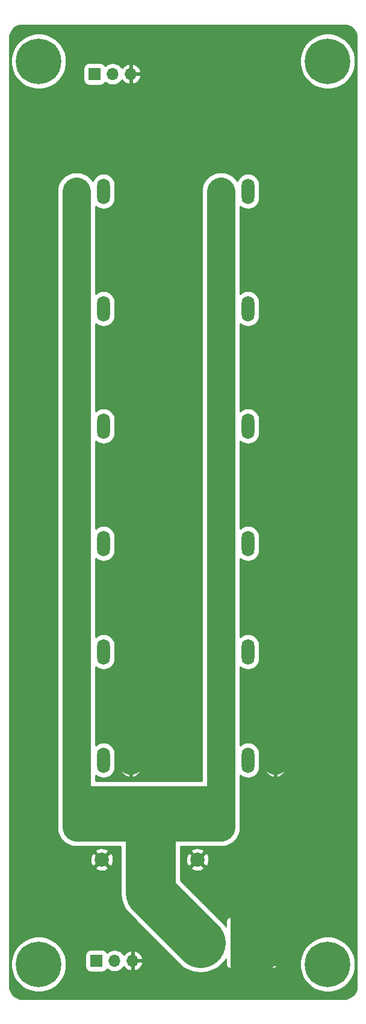
<source format=gbr>
G04 #@! TF.GenerationSoftware,KiCad,Pcbnew,(5.1.4)-1*
G04 #@! TF.CreationDate,2020-10-19T18:16:54+02:00*
G04 #@! TF.ProjectId,distrilite,64697374-7269-46c6-9974-652e6b696361,rev?*
G04 #@! TF.SameCoordinates,Original*
G04 #@! TF.FileFunction,Copper,L2,Bot*
G04 #@! TF.FilePolarity,Positive*
%FSLAX46Y46*%
G04 Gerber Fmt 4.6, Leading zero omitted, Abs format (unit mm)*
G04 Created by KiCad (PCBNEW (5.1.4)-1) date 2020-10-19 18:16:54*
%MOMM*%
%LPD*%
G04 APERTURE LIST*
%ADD10C,6.400000*%
%ADD11R,2.000000X2.000000*%
%ADD12C,2.000000*%
%ADD13R,1.800000X3.600000*%
%ADD14O,1.800000X3.600000*%
%ADD15O,1.700000X1.700000*%
%ADD16R,1.700000X1.700000*%
%ADD17C,0.100000*%
%ADD18C,6.000000*%
%ADD19C,4.000000*%
%ADD20C,0.250000*%
%ADD21C,7.000000*%
%ADD22C,6.000000*%
%ADD23C,0.254000*%
G04 APERTURE END LIST*
D10*
X30480000Y-167640000D03*
X71120000Y-167640000D03*
X71120000Y-40640000D03*
X30480000Y-40640000D03*
D11*
X52832000Y-149098000D03*
D12*
X52832000Y-152898000D03*
D11*
X39370000Y-149098000D03*
D12*
X39370000Y-152898000D03*
D13*
X35814000Y-138938000D03*
D14*
X39624000Y-138938000D03*
X43434000Y-138938000D03*
D15*
X43434000Y-42418000D03*
X40894000Y-42418000D03*
D16*
X38354000Y-42418000D03*
X38608000Y-167132000D03*
D15*
X41148000Y-167132000D03*
X43688000Y-167132000D03*
D13*
X35814000Y-91948000D03*
D14*
X39624000Y-91948000D03*
X43434000Y-91948000D03*
D13*
X56134000Y-91948000D03*
D14*
X59944000Y-91948000D03*
X63754000Y-91948000D03*
D13*
X35814000Y-58928000D03*
D14*
X39624000Y-58928000D03*
X43434000Y-58928000D03*
D13*
X56134000Y-75438000D03*
D14*
X59944000Y-75438000D03*
X63754000Y-75438000D03*
D13*
X56134000Y-58928000D03*
D14*
X59944000Y-58928000D03*
X63754000Y-58928000D03*
D13*
X35814000Y-75438000D03*
D14*
X39624000Y-75438000D03*
X43434000Y-75438000D03*
D13*
X56134000Y-108458000D03*
D14*
X59944000Y-108458000D03*
X63754000Y-108458000D03*
D13*
X35814000Y-108458000D03*
D14*
X39624000Y-108458000D03*
X43434000Y-108458000D03*
D13*
X56134000Y-123698000D03*
D14*
X59944000Y-123698000D03*
X63754000Y-123698000D03*
D13*
X35814000Y-123698000D03*
D14*
X39624000Y-123698000D03*
X43434000Y-123698000D03*
D13*
X56134000Y-138938000D03*
D14*
X59944000Y-138938000D03*
X63754000Y-138938000D03*
D17*
G36*
X62099026Y-161599223D02*
G01*
X62244635Y-161620822D01*
X62387427Y-161656589D01*
X62526025Y-161706181D01*
X62659095Y-161769118D01*
X62785355Y-161844796D01*
X62903590Y-161932484D01*
X63012660Y-162031340D01*
X63111516Y-162140410D01*
X63199204Y-162258645D01*
X63274882Y-162384905D01*
X63337819Y-162517975D01*
X63387411Y-162656573D01*
X63423178Y-162799365D01*
X63444777Y-162944974D01*
X63452000Y-163092000D01*
X63452000Y-166092000D01*
X63444777Y-166239026D01*
X63423178Y-166384635D01*
X63387411Y-166527427D01*
X63337819Y-166666025D01*
X63274882Y-166799095D01*
X63199204Y-166925355D01*
X63111516Y-167043590D01*
X63012660Y-167152660D01*
X62903590Y-167251516D01*
X62785355Y-167339204D01*
X62659095Y-167414882D01*
X62526025Y-167477819D01*
X62387427Y-167527411D01*
X62244635Y-167563178D01*
X62099026Y-167584777D01*
X61952000Y-167592000D01*
X58952000Y-167592000D01*
X58804974Y-167584777D01*
X58659365Y-167563178D01*
X58516573Y-167527411D01*
X58377975Y-167477819D01*
X58244905Y-167414882D01*
X58118645Y-167339204D01*
X58000410Y-167251516D01*
X57891340Y-167152660D01*
X57792484Y-167043590D01*
X57704796Y-166925355D01*
X57629118Y-166799095D01*
X57566181Y-166666025D01*
X57516589Y-166527427D01*
X57480822Y-166384635D01*
X57459223Y-166239026D01*
X57452000Y-166092000D01*
X57452000Y-163092000D01*
X57459223Y-162944974D01*
X57480822Y-162799365D01*
X57516589Y-162656573D01*
X57566181Y-162517975D01*
X57629118Y-162384905D01*
X57704796Y-162258645D01*
X57792484Y-162140410D01*
X57891340Y-162031340D01*
X58000410Y-161932484D01*
X58118645Y-161844796D01*
X58244905Y-161769118D01*
X58377975Y-161706181D01*
X58516573Y-161656589D01*
X58659365Y-161620822D01*
X58804974Y-161599223D01*
X58952000Y-161592000D01*
X61952000Y-161592000D01*
X62099026Y-161599223D01*
X62099026Y-161599223D01*
G37*
D18*
X60452000Y-164592000D03*
X53252000Y-164592000D03*
D19*
X35814000Y-138938000D02*
X35814000Y-58928000D01*
X56134000Y-58928000D02*
X56134000Y-138938000D01*
D20*
X56134000Y-138938000D02*
X56134000Y-140988000D01*
D19*
X56134000Y-144526000D02*
X35814000Y-144526000D01*
X56134000Y-148336000D02*
X56134000Y-123698000D01*
X35814000Y-148336000D02*
X35814000Y-123698000D01*
X56134000Y-148336000D02*
X54046000Y-148336000D01*
D21*
X46228000Y-155536000D02*
X46228000Y-148336000D01*
D19*
X54046000Y-148336000D02*
X46228000Y-148336000D01*
X46228000Y-148336000D02*
X35814000Y-148336000D01*
D21*
X46228000Y-157568000D02*
X46228000Y-155536000D01*
X53252000Y-164592000D02*
X46228000Y-157568000D01*
D19*
X43434000Y-138938000D02*
X43434000Y-58928000D01*
X63754000Y-58928000D02*
X63754000Y-56642000D01*
X43434000Y-59690000D02*
X43434000Y-56642000D01*
X63754000Y-58928000D02*
X63754000Y-138938000D01*
D22*
X60452000Y-161492000D02*
X60452000Y-164592000D01*
D21*
X63754000Y-164338000D02*
X60960000Y-164338000D01*
D22*
X60452000Y-164592000D02*
X60452000Y-167692000D01*
D23*
G36*
X73752592Y-35587590D02*
G01*
X74085979Y-35688246D01*
X74393469Y-35851740D01*
X74663343Y-36071844D01*
X74885328Y-36340179D01*
X75050967Y-36646519D01*
X75153949Y-36979199D01*
X75194000Y-37360265D01*
X75194001Y-170651210D01*
X75156410Y-171034592D01*
X75055756Y-171367977D01*
X74892257Y-171675472D01*
X74672156Y-171945343D01*
X74403822Y-172167328D01*
X74097476Y-172332968D01*
X73764805Y-172435947D01*
X73383736Y-172476000D01*
X28230780Y-172476000D01*
X27847408Y-172438410D01*
X27514023Y-172337756D01*
X27206528Y-172174257D01*
X26936657Y-171954156D01*
X26714672Y-171685822D01*
X26549032Y-171379476D01*
X26446053Y-171046805D01*
X26406000Y-170665736D01*
X26406000Y-167253224D01*
X26553000Y-167253224D01*
X26553000Y-168026776D01*
X26703912Y-168785464D01*
X26999938Y-169500132D01*
X27429700Y-170143317D01*
X27976683Y-170690300D01*
X28619868Y-171120062D01*
X29334536Y-171416088D01*
X30093224Y-171567000D01*
X30866776Y-171567000D01*
X31625464Y-171416088D01*
X32340132Y-171120062D01*
X32983317Y-170690300D01*
X33530300Y-170143317D01*
X33960062Y-169500132D01*
X34256088Y-168785464D01*
X34407000Y-168026776D01*
X34407000Y-167253224D01*
X34256088Y-166494536D01*
X34168053Y-166282000D01*
X37027483Y-166282000D01*
X37027483Y-167982000D01*
X37041520Y-168124517D01*
X37083090Y-168261557D01*
X37150597Y-168387853D01*
X37241446Y-168498554D01*
X37352147Y-168589403D01*
X37478443Y-168656910D01*
X37615483Y-168698480D01*
X37758000Y-168712517D01*
X39458000Y-168712517D01*
X39600517Y-168698480D01*
X39737557Y-168656910D01*
X39863853Y-168589403D01*
X39974554Y-168498554D01*
X40065403Y-168387853D01*
X40104132Y-168315396D01*
X40267627Y-168449572D01*
X40541588Y-168596007D01*
X40838854Y-168686182D01*
X41070531Y-168709000D01*
X41225469Y-168709000D01*
X41457146Y-168686182D01*
X41754412Y-168596007D01*
X42028373Y-168449572D01*
X42268503Y-168252503D01*
X42465572Y-168012373D01*
X42478183Y-167988779D01*
X42492822Y-168013355D01*
X42687731Y-168229588D01*
X42921080Y-168403641D01*
X43183901Y-168528825D01*
X43331110Y-168573476D01*
X43561000Y-168452155D01*
X43561000Y-167259000D01*
X43815000Y-167259000D01*
X43815000Y-168452155D01*
X44044890Y-168573476D01*
X44192099Y-168528825D01*
X44454920Y-168403641D01*
X44688269Y-168229588D01*
X44883178Y-168013355D01*
X45032157Y-167763252D01*
X45129481Y-167488891D01*
X45008814Y-167259000D01*
X43815000Y-167259000D01*
X43561000Y-167259000D01*
X43541000Y-167259000D01*
X43541000Y-167005000D01*
X43561000Y-167005000D01*
X43561000Y-165811845D01*
X43815000Y-165811845D01*
X43815000Y-167005000D01*
X45008814Y-167005000D01*
X45129481Y-166775109D01*
X45032157Y-166500748D01*
X44883178Y-166250645D01*
X44688269Y-166034412D01*
X44454920Y-165860359D01*
X44192099Y-165735175D01*
X44044890Y-165690524D01*
X43815000Y-165811845D01*
X43561000Y-165811845D01*
X43331110Y-165690524D01*
X43183901Y-165735175D01*
X42921080Y-165860359D01*
X42687731Y-166034412D01*
X42492822Y-166250645D01*
X42478183Y-166275221D01*
X42465572Y-166251627D01*
X42268503Y-166011497D01*
X42028373Y-165814428D01*
X41754412Y-165667993D01*
X41457146Y-165577818D01*
X41225469Y-165555000D01*
X41070531Y-165555000D01*
X40838854Y-165577818D01*
X40541588Y-165667993D01*
X40267627Y-165814428D01*
X40104132Y-165948604D01*
X40065403Y-165876147D01*
X39974554Y-165765446D01*
X39863853Y-165674597D01*
X39737557Y-165607090D01*
X39600517Y-165565520D01*
X39458000Y-165551483D01*
X37758000Y-165551483D01*
X37615483Y-165565520D01*
X37478443Y-165607090D01*
X37352147Y-165674597D01*
X37241446Y-165765446D01*
X37150597Y-165876147D01*
X37083090Y-166002443D01*
X37041520Y-166139483D01*
X37027483Y-166282000D01*
X34168053Y-166282000D01*
X33960062Y-165779868D01*
X33530300Y-165136683D01*
X32983317Y-164589700D01*
X32340132Y-164159938D01*
X31625464Y-163863912D01*
X30866776Y-163713000D01*
X30093224Y-163713000D01*
X29334536Y-163863912D01*
X28619868Y-164159938D01*
X27976683Y-164589700D01*
X27429700Y-165136683D01*
X26999938Y-165779868D01*
X26703912Y-166494536D01*
X26553000Y-167253224D01*
X26406000Y-167253224D01*
X26406000Y-154033413D01*
X38414192Y-154033413D01*
X38509956Y-154297814D01*
X38799571Y-154438704D01*
X39111108Y-154520384D01*
X39432595Y-154539718D01*
X39751675Y-154495961D01*
X40056088Y-154390795D01*
X40230044Y-154297814D01*
X40325808Y-154033413D01*
X39370000Y-153077605D01*
X38414192Y-154033413D01*
X26406000Y-154033413D01*
X26406000Y-152960595D01*
X37728282Y-152960595D01*
X37772039Y-153279675D01*
X37877205Y-153584088D01*
X37970186Y-153758044D01*
X38234587Y-153853808D01*
X39190395Y-152898000D01*
X39549605Y-152898000D01*
X40505413Y-153853808D01*
X40769814Y-153758044D01*
X40910704Y-153468429D01*
X40992384Y-153156892D01*
X41011718Y-152835405D01*
X40967961Y-152516325D01*
X40862795Y-152211912D01*
X40769814Y-152037956D01*
X40505413Y-151942192D01*
X39549605Y-152898000D01*
X39190395Y-152898000D01*
X38234587Y-151942192D01*
X37970186Y-152037956D01*
X37829296Y-152327571D01*
X37747616Y-152639108D01*
X37728282Y-152960595D01*
X26406000Y-152960595D01*
X26406000Y-151762587D01*
X38414192Y-151762587D01*
X39370000Y-152718395D01*
X40325808Y-151762587D01*
X40230044Y-151498186D01*
X39940429Y-151357296D01*
X39628892Y-151275616D01*
X39307405Y-151256282D01*
X38988325Y-151300039D01*
X38683912Y-151405205D01*
X38509956Y-151498186D01*
X38414192Y-151762587D01*
X26406000Y-151762587D01*
X26406000Y-144526000D01*
X33073806Y-144526000D01*
X33087000Y-144659963D01*
X33087000Y-148202039D01*
X33073806Y-148336000D01*
X33126458Y-148870585D01*
X33282391Y-149384627D01*
X33535612Y-149858370D01*
X33876390Y-150273610D01*
X34291630Y-150614388D01*
X34765373Y-150867609D01*
X35279415Y-151023542D01*
X35814000Y-151076194D01*
X35947961Y-151063000D01*
X42001000Y-151063000D01*
X42001000Y-157360356D01*
X41980549Y-157568000D01*
X42001000Y-157775644D01*
X42001000Y-157775651D01*
X42062162Y-158396636D01*
X42303866Y-159193429D01*
X42696373Y-159927758D01*
X43224598Y-160571402D01*
X43385895Y-160703775D01*
X50409891Y-167727772D01*
X50892242Y-168123627D01*
X51626570Y-168516134D01*
X52423363Y-168757838D01*
X53251999Y-168839451D01*
X54080636Y-168757838D01*
X54877429Y-168516134D01*
X55611757Y-168123627D01*
X56255402Y-167595402D01*
X56783627Y-166951757D01*
X56814718Y-166893589D01*
X56813928Y-167592000D01*
X56826188Y-167716482D01*
X56862498Y-167836180D01*
X56921463Y-167946494D01*
X57000815Y-168043185D01*
X57097506Y-168122537D01*
X57207820Y-168181502D01*
X57327518Y-168217812D01*
X57452000Y-168230072D01*
X60166250Y-168227000D01*
X60325000Y-168068250D01*
X60325000Y-164719000D01*
X60579000Y-164719000D01*
X60579000Y-168068250D01*
X60737750Y-168227000D01*
X63452000Y-168230072D01*
X63576482Y-168217812D01*
X63696180Y-168181502D01*
X63806494Y-168122537D01*
X63903185Y-168043185D01*
X63982537Y-167946494D01*
X64041502Y-167836180D01*
X64077812Y-167716482D01*
X64090072Y-167592000D01*
X64089689Y-167253224D01*
X67193000Y-167253224D01*
X67193000Y-168026776D01*
X67343912Y-168785464D01*
X67639938Y-169500132D01*
X68069700Y-170143317D01*
X68616683Y-170690300D01*
X69259868Y-171120062D01*
X69974536Y-171416088D01*
X70733224Y-171567000D01*
X71506776Y-171567000D01*
X72265464Y-171416088D01*
X72980132Y-171120062D01*
X73623317Y-170690300D01*
X74170300Y-170143317D01*
X74600062Y-169500132D01*
X74896088Y-168785464D01*
X75047000Y-168026776D01*
X75047000Y-167253224D01*
X74896088Y-166494536D01*
X74600062Y-165779868D01*
X74170300Y-165136683D01*
X73623317Y-164589700D01*
X72980132Y-164159938D01*
X72265464Y-163863912D01*
X71506776Y-163713000D01*
X70733224Y-163713000D01*
X69974536Y-163863912D01*
X69259868Y-164159938D01*
X68616683Y-164589700D01*
X68069700Y-165136683D01*
X67639938Y-165779868D01*
X67343912Y-166494536D01*
X67193000Y-167253224D01*
X64089689Y-167253224D01*
X64087000Y-164877750D01*
X63928250Y-164719000D01*
X60579000Y-164719000D01*
X60325000Y-164719000D01*
X60305000Y-164719000D01*
X60305000Y-164465000D01*
X60325000Y-164465000D01*
X60325000Y-161115750D01*
X60579000Y-161115750D01*
X60579000Y-164465000D01*
X63928250Y-164465000D01*
X64087000Y-164306250D01*
X64090072Y-161592000D01*
X64077812Y-161467518D01*
X64041502Y-161347820D01*
X63982537Y-161237506D01*
X63903185Y-161140815D01*
X63806494Y-161061463D01*
X63696180Y-161002498D01*
X63576482Y-160966188D01*
X63452000Y-160953928D01*
X60737750Y-160957000D01*
X60579000Y-161115750D01*
X60325000Y-161115750D01*
X60166250Y-160957000D01*
X57452000Y-160953928D01*
X57327518Y-160966188D01*
X57207820Y-161002498D01*
X57097506Y-161061463D01*
X57000815Y-161140815D01*
X56921463Y-161237506D01*
X56862498Y-161347820D01*
X56826188Y-161467518D01*
X56813928Y-161592000D01*
X56814718Y-162290410D01*
X56783627Y-162232242D01*
X56387772Y-161749891D01*
X50455000Y-155817120D01*
X50455000Y-154033413D01*
X51876192Y-154033413D01*
X51971956Y-154297814D01*
X52261571Y-154438704D01*
X52573108Y-154520384D01*
X52894595Y-154539718D01*
X53213675Y-154495961D01*
X53518088Y-154390795D01*
X53692044Y-154297814D01*
X53787808Y-154033413D01*
X52832000Y-153077605D01*
X51876192Y-154033413D01*
X50455000Y-154033413D01*
X50455000Y-152960595D01*
X51190282Y-152960595D01*
X51234039Y-153279675D01*
X51339205Y-153584088D01*
X51432186Y-153758044D01*
X51696587Y-153853808D01*
X52652395Y-152898000D01*
X53011605Y-152898000D01*
X53967413Y-153853808D01*
X54231814Y-153758044D01*
X54372704Y-153468429D01*
X54454384Y-153156892D01*
X54473718Y-152835405D01*
X54429961Y-152516325D01*
X54324795Y-152211912D01*
X54231814Y-152037956D01*
X53967413Y-151942192D01*
X53011605Y-152898000D01*
X52652395Y-152898000D01*
X51696587Y-151942192D01*
X51432186Y-152037956D01*
X51291296Y-152327571D01*
X51209616Y-152639108D01*
X51190282Y-152960595D01*
X50455000Y-152960595D01*
X50455000Y-151762587D01*
X51876192Y-151762587D01*
X52832000Y-152718395D01*
X53787808Y-151762587D01*
X53692044Y-151498186D01*
X53402429Y-151357296D01*
X53090892Y-151275616D01*
X52769405Y-151256282D01*
X52450325Y-151300039D01*
X52145912Y-151405205D01*
X51971956Y-151498186D01*
X51876192Y-151762587D01*
X50455000Y-151762587D01*
X50455000Y-151063000D01*
X56000039Y-151063000D01*
X56134000Y-151076194D01*
X56267961Y-151063000D01*
X56668585Y-151023542D01*
X57182627Y-150867609D01*
X57656370Y-150614388D01*
X58071610Y-150273610D01*
X58412388Y-149858370D01*
X58665609Y-149384627D01*
X58821542Y-148870585D01*
X58874194Y-148336000D01*
X58861000Y-148202039D01*
X58861000Y-144659961D01*
X58874194Y-144526000D01*
X58861000Y-144392039D01*
X58861000Y-141053961D01*
X59035715Y-141197346D01*
X59318363Y-141348425D01*
X59625053Y-141441458D01*
X59944000Y-141472872D01*
X60262948Y-141441458D01*
X60569638Y-141348425D01*
X60852286Y-141197346D01*
X61100029Y-140994029D01*
X61303346Y-140746286D01*
X61454425Y-140463638D01*
X61547458Y-140156948D01*
X61571000Y-139917925D01*
X61571000Y-139065000D01*
X62219000Y-139065000D01*
X62219000Y-139965000D01*
X62273271Y-140262023D01*
X62384446Y-140542751D01*
X62548252Y-140796396D01*
X62758394Y-141013210D01*
X63006796Y-141184862D01*
X63283913Y-141304755D01*
X63389260Y-141329036D01*
X63627000Y-141208378D01*
X63627000Y-139065000D01*
X63881000Y-139065000D01*
X63881000Y-141208378D01*
X64118740Y-141329036D01*
X64224087Y-141304755D01*
X64501204Y-141184862D01*
X64749606Y-141013210D01*
X64959748Y-140796396D01*
X65123554Y-140542751D01*
X65234729Y-140262023D01*
X65289000Y-139965000D01*
X65289000Y-139065000D01*
X63881000Y-139065000D01*
X63627000Y-139065000D01*
X62219000Y-139065000D01*
X61571000Y-139065000D01*
X61571000Y-137958075D01*
X61566364Y-137911000D01*
X62219000Y-137911000D01*
X62219000Y-138811000D01*
X63627000Y-138811000D01*
X63627000Y-136667622D01*
X63881000Y-136667622D01*
X63881000Y-138811000D01*
X65289000Y-138811000D01*
X65289000Y-137911000D01*
X65234729Y-137613977D01*
X65123554Y-137333249D01*
X64959748Y-137079604D01*
X64749606Y-136862790D01*
X64501204Y-136691138D01*
X64224087Y-136571245D01*
X64118740Y-136546964D01*
X63881000Y-136667622D01*
X63627000Y-136667622D01*
X63389260Y-136546964D01*
X63283913Y-136571245D01*
X63006796Y-136691138D01*
X62758394Y-136862790D01*
X62548252Y-137079604D01*
X62384446Y-137333249D01*
X62273271Y-137613977D01*
X62219000Y-137911000D01*
X61566364Y-137911000D01*
X61547458Y-137719052D01*
X61454425Y-137412362D01*
X61303346Y-137129714D01*
X61100029Y-136881971D01*
X60852285Y-136678654D01*
X60569637Y-136527575D01*
X60262947Y-136434542D01*
X59944000Y-136403128D01*
X59625052Y-136434542D01*
X59318362Y-136527575D01*
X59035714Y-136678654D01*
X58861000Y-136822038D01*
X58861000Y-125813961D01*
X59035715Y-125957346D01*
X59318363Y-126108425D01*
X59625053Y-126201458D01*
X59944000Y-126232872D01*
X60262948Y-126201458D01*
X60569638Y-126108425D01*
X60852286Y-125957346D01*
X61100029Y-125754029D01*
X61303346Y-125506286D01*
X61454425Y-125223638D01*
X61547458Y-124916948D01*
X61571000Y-124677925D01*
X61571000Y-123825000D01*
X62219000Y-123825000D01*
X62219000Y-124725000D01*
X62273271Y-125022023D01*
X62384446Y-125302751D01*
X62548252Y-125556396D01*
X62758394Y-125773210D01*
X63006796Y-125944862D01*
X63283913Y-126064755D01*
X63389260Y-126089036D01*
X63627000Y-125968378D01*
X63627000Y-123825000D01*
X63881000Y-123825000D01*
X63881000Y-125968378D01*
X64118740Y-126089036D01*
X64224087Y-126064755D01*
X64501204Y-125944862D01*
X64749606Y-125773210D01*
X64959748Y-125556396D01*
X65123554Y-125302751D01*
X65234729Y-125022023D01*
X65289000Y-124725000D01*
X65289000Y-123825000D01*
X63881000Y-123825000D01*
X63627000Y-123825000D01*
X62219000Y-123825000D01*
X61571000Y-123825000D01*
X61571000Y-122718075D01*
X61566364Y-122671000D01*
X62219000Y-122671000D01*
X62219000Y-123571000D01*
X63627000Y-123571000D01*
X63627000Y-121427622D01*
X63881000Y-121427622D01*
X63881000Y-123571000D01*
X65289000Y-123571000D01*
X65289000Y-122671000D01*
X65234729Y-122373977D01*
X65123554Y-122093249D01*
X64959748Y-121839604D01*
X64749606Y-121622790D01*
X64501204Y-121451138D01*
X64224087Y-121331245D01*
X64118740Y-121306964D01*
X63881000Y-121427622D01*
X63627000Y-121427622D01*
X63389260Y-121306964D01*
X63283913Y-121331245D01*
X63006796Y-121451138D01*
X62758394Y-121622790D01*
X62548252Y-121839604D01*
X62384446Y-122093249D01*
X62273271Y-122373977D01*
X62219000Y-122671000D01*
X61566364Y-122671000D01*
X61547458Y-122479052D01*
X61454425Y-122172362D01*
X61303346Y-121889714D01*
X61100029Y-121641971D01*
X60852285Y-121438654D01*
X60569637Y-121287575D01*
X60262947Y-121194542D01*
X59944000Y-121163128D01*
X59625052Y-121194542D01*
X59318362Y-121287575D01*
X59035714Y-121438654D01*
X58861000Y-121582038D01*
X58861000Y-110573961D01*
X59035715Y-110717346D01*
X59318363Y-110868425D01*
X59625053Y-110961458D01*
X59944000Y-110992872D01*
X60262948Y-110961458D01*
X60569638Y-110868425D01*
X60852286Y-110717346D01*
X61100029Y-110514029D01*
X61303346Y-110266286D01*
X61454425Y-109983638D01*
X61547458Y-109676948D01*
X61571000Y-109437925D01*
X61571000Y-108585000D01*
X62219000Y-108585000D01*
X62219000Y-109485000D01*
X62273271Y-109782023D01*
X62384446Y-110062751D01*
X62548252Y-110316396D01*
X62758394Y-110533210D01*
X63006796Y-110704862D01*
X63283913Y-110824755D01*
X63389260Y-110849036D01*
X63627000Y-110728378D01*
X63627000Y-108585000D01*
X63881000Y-108585000D01*
X63881000Y-110728378D01*
X64118740Y-110849036D01*
X64224087Y-110824755D01*
X64501204Y-110704862D01*
X64749606Y-110533210D01*
X64959748Y-110316396D01*
X65123554Y-110062751D01*
X65234729Y-109782023D01*
X65289000Y-109485000D01*
X65289000Y-108585000D01*
X63881000Y-108585000D01*
X63627000Y-108585000D01*
X62219000Y-108585000D01*
X61571000Y-108585000D01*
X61571000Y-107478075D01*
X61566364Y-107431000D01*
X62219000Y-107431000D01*
X62219000Y-108331000D01*
X63627000Y-108331000D01*
X63627000Y-106187622D01*
X63881000Y-106187622D01*
X63881000Y-108331000D01*
X65289000Y-108331000D01*
X65289000Y-107431000D01*
X65234729Y-107133977D01*
X65123554Y-106853249D01*
X64959748Y-106599604D01*
X64749606Y-106382790D01*
X64501204Y-106211138D01*
X64224087Y-106091245D01*
X64118740Y-106066964D01*
X63881000Y-106187622D01*
X63627000Y-106187622D01*
X63389260Y-106066964D01*
X63283913Y-106091245D01*
X63006796Y-106211138D01*
X62758394Y-106382790D01*
X62548252Y-106599604D01*
X62384446Y-106853249D01*
X62273271Y-107133977D01*
X62219000Y-107431000D01*
X61566364Y-107431000D01*
X61547458Y-107239052D01*
X61454425Y-106932362D01*
X61303346Y-106649714D01*
X61100029Y-106401971D01*
X60852285Y-106198654D01*
X60569637Y-106047575D01*
X60262947Y-105954542D01*
X59944000Y-105923128D01*
X59625052Y-105954542D01*
X59318362Y-106047575D01*
X59035714Y-106198654D01*
X58861000Y-106342038D01*
X58861000Y-94063961D01*
X59035715Y-94207346D01*
X59318363Y-94358425D01*
X59625053Y-94451458D01*
X59944000Y-94482872D01*
X60262948Y-94451458D01*
X60569638Y-94358425D01*
X60852286Y-94207346D01*
X61100029Y-94004029D01*
X61303346Y-93756286D01*
X61454425Y-93473638D01*
X61547458Y-93166948D01*
X61571000Y-92927925D01*
X61571000Y-92075000D01*
X62219000Y-92075000D01*
X62219000Y-92975000D01*
X62273271Y-93272023D01*
X62384446Y-93552751D01*
X62548252Y-93806396D01*
X62758394Y-94023210D01*
X63006796Y-94194862D01*
X63283913Y-94314755D01*
X63389260Y-94339036D01*
X63627000Y-94218378D01*
X63627000Y-92075000D01*
X63881000Y-92075000D01*
X63881000Y-94218378D01*
X64118740Y-94339036D01*
X64224087Y-94314755D01*
X64501204Y-94194862D01*
X64749606Y-94023210D01*
X64959748Y-93806396D01*
X65123554Y-93552751D01*
X65234729Y-93272023D01*
X65289000Y-92975000D01*
X65289000Y-92075000D01*
X63881000Y-92075000D01*
X63627000Y-92075000D01*
X62219000Y-92075000D01*
X61571000Y-92075000D01*
X61571000Y-90968075D01*
X61566364Y-90921000D01*
X62219000Y-90921000D01*
X62219000Y-91821000D01*
X63627000Y-91821000D01*
X63627000Y-89677622D01*
X63881000Y-89677622D01*
X63881000Y-91821000D01*
X65289000Y-91821000D01*
X65289000Y-90921000D01*
X65234729Y-90623977D01*
X65123554Y-90343249D01*
X64959748Y-90089604D01*
X64749606Y-89872790D01*
X64501204Y-89701138D01*
X64224087Y-89581245D01*
X64118740Y-89556964D01*
X63881000Y-89677622D01*
X63627000Y-89677622D01*
X63389260Y-89556964D01*
X63283913Y-89581245D01*
X63006796Y-89701138D01*
X62758394Y-89872790D01*
X62548252Y-90089604D01*
X62384446Y-90343249D01*
X62273271Y-90623977D01*
X62219000Y-90921000D01*
X61566364Y-90921000D01*
X61547458Y-90729052D01*
X61454425Y-90422362D01*
X61303346Y-90139714D01*
X61100029Y-89891971D01*
X60852285Y-89688654D01*
X60569637Y-89537575D01*
X60262947Y-89444542D01*
X59944000Y-89413128D01*
X59625052Y-89444542D01*
X59318362Y-89537575D01*
X59035714Y-89688654D01*
X58861000Y-89832038D01*
X58861000Y-77553961D01*
X59035715Y-77697346D01*
X59318363Y-77848425D01*
X59625053Y-77941458D01*
X59944000Y-77972872D01*
X60262948Y-77941458D01*
X60569638Y-77848425D01*
X60852286Y-77697346D01*
X61100029Y-77494029D01*
X61303346Y-77246286D01*
X61454425Y-76963638D01*
X61547458Y-76656948D01*
X61571000Y-76417925D01*
X61571000Y-75565000D01*
X62219000Y-75565000D01*
X62219000Y-76465000D01*
X62273271Y-76762023D01*
X62384446Y-77042751D01*
X62548252Y-77296396D01*
X62758394Y-77513210D01*
X63006796Y-77684862D01*
X63283913Y-77804755D01*
X63389260Y-77829036D01*
X63627000Y-77708378D01*
X63627000Y-75565000D01*
X63881000Y-75565000D01*
X63881000Y-77708378D01*
X64118740Y-77829036D01*
X64224087Y-77804755D01*
X64501204Y-77684862D01*
X64749606Y-77513210D01*
X64959748Y-77296396D01*
X65123554Y-77042751D01*
X65234729Y-76762023D01*
X65289000Y-76465000D01*
X65289000Y-75565000D01*
X63881000Y-75565000D01*
X63627000Y-75565000D01*
X62219000Y-75565000D01*
X61571000Y-75565000D01*
X61571000Y-74458075D01*
X61566364Y-74411000D01*
X62219000Y-74411000D01*
X62219000Y-75311000D01*
X63627000Y-75311000D01*
X63627000Y-73167622D01*
X63881000Y-73167622D01*
X63881000Y-75311000D01*
X65289000Y-75311000D01*
X65289000Y-74411000D01*
X65234729Y-74113977D01*
X65123554Y-73833249D01*
X64959748Y-73579604D01*
X64749606Y-73362790D01*
X64501204Y-73191138D01*
X64224087Y-73071245D01*
X64118740Y-73046964D01*
X63881000Y-73167622D01*
X63627000Y-73167622D01*
X63389260Y-73046964D01*
X63283913Y-73071245D01*
X63006796Y-73191138D01*
X62758394Y-73362790D01*
X62548252Y-73579604D01*
X62384446Y-73833249D01*
X62273271Y-74113977D01*
X62219000Y-74411000D01*
X61566364Y-74411000D01*
X61547458Y-74219052D01*
X61454425Y-73912362D01*
X61303346Y-73629714D01*
X61100029Y-73381971D01*
X60852285Y-73178654D01*
X60569637Y-73027575D01*
X60262947Y-72934542D01*
X59944000Y-72903128D01*
X59625052Y-72934542D01*
X59318362Y-73027575D01*
X59035714Y-73178654D01*
X58861000Y-73322038D01*
X58861000Y-61043961D01*
X59035715Y-61187346D01*
X59318363Y-61338425D01*
X59625053Y-61431458D01*
X59944000Y-61462872D01*
X60262948Y-61431458D01*
X60569638Y-61338425D01*
X60852286Y-61187346D01*
X61100029Y-60984029D01*
X61303346Y-60736286D01*
X61454425Y-60453638D01*
X61547458Y-60146948D01*
X61571000Y-59907925D01*
X61571000Y-59055000D01*
X62219000Y-59055000D01*
X62219000Y-59955000D01*
X62273271Y-60252023D01*
X62384446Y-60532751D01*
X62548252Y-60786396D01*
X62758394Y-61003210D01*
X63006796Y-61174862D01*
X63283913Y-61294755D01*
X63389260Y-61319036D01*
X63627000Y-61198378D01*
X63627000Y-59055000D01*
X63881000Y-59055000D01*
X63881000Y-61198378D01*
X64118740Y-61319036D01*
X64224087Y-61294755D01*
X64501204Y-61174862D01*
X64749606Y-61003210D01*
X64959748Y-60786396D01*
X65123554Y-60532751D01*
X65234729Y-60252023D01*
X65289000Y-59955000D01*
X65289000Y-59055000D01*
X63881000Y-59055000D01*
X63627000Y-59055000D01*
X62219000Y-59055000D01*
X61571000Y-59055000D01*
X61571000Y-57948075D01*
X61566364Y-57901000D01*
X62219000Y-57901000D01*
X62219000Y-58801000D01*
X63627000Y-58801000D01*
X63627000Y-56657622D01*
X63881000Y-56657622D01*
X63881000Y-58801000D01*
X65289000Y-58801000D01*
X65289000Y-57901000D01*
X65234729Y-57603977D01*
X65123554Y-57323249D01*
X64959748Y-57069604D01*
X64749606Y-56852790D01*
X64501204Y-56681138D01*
X64224087Y-56561245D01*
X64118740Y-56536964D01*
X63881000Y-56657622D01*
X63627000Y-56657622D01*
X63389260Y-56536964D01*
X63283913Y-56561245D01*
X63006796Y-56681138D01*
X62758394Y-56852790D01*
X62548252Y-57069604D01*
X62384446Y-57323249D01*
X62273271Y-57603977D01*
X62219000Y-57901000D01*
X61566364Y-57901000D01*
X61547458Y-57709052D01*
X61454425Y-57402362D01*
X61303346Y-57119714D01*
X61100029Y-56871971D01*
X60852285Y-56668654D01*
X60569637Y-56517575D01*
X60262947Y-56424542D01*
X59944000Y-56393128D01*
X59625052Y-56424542D01*
X59318362Y-56517575D01*
X59035714Y-56668654D01*
X58787971Y-56871971D01*
X58584654Y-57119715D01*
X58433575Y-57402363D01*
X58425272Y-57429734D01*
X58412388Y-57405630D01*
X58071609Y-56990390D01*
X57656369Y-56649612D01*
X57486277Y-56558696D01*
X57439853Y-56520597D01*
X57313557Y-56453090D01*
X57256088Y-56435657D01*
X57182626Y-56396391D01*
X56668584Y-56240458D01*
X56134000Y-56187806D01*
X55599415Y-56240458D01*
X55085373Y-56396391D01*
X55011910Y-56435658D01*
X54954443Y-56453090D01*
X54828147Y-56520597D01*
X54781724Y-56558695D01*
X54611630Y-56649612D01*
X54196390Y-56990391D01*
X53855612Y-57405631D01*
X53602391Y-57879374D01*
X53446458Y-58393416D01*
X53407000Y-58794040D01*
X53407001Y-123564039D01*
X53407000Y-141799000D01*
X38541000Y-141799000D01*
X38541000Y-141053961D01*
X38715715Y-141197346D01*
X38998363Y-141348425D01*
X39305053Y-141441458D01*
X39624000Y-141472872D01*
X39942948Y-141441458D01*
X40249638Y-141348425D01*
X40532286Y-141197346D01*
X40780029Y-140994029D01*
X40983346Y-140746286D01*
X41134425Y-140463638D01*
X41227458Y-140156948D01*
X41251000Y-139917925D01*
X41251000Y-139065000D01*
X41899000Y-139065000D01*
X41899000Y-139965000D01*
X41953271Y-140262023D01*
X42064446Y-140542751D01*
X42228252Y-140796396D01*
X42438394Y-141013210D01*
X42686796Y-141184862D01*
X42963913Y-141304755D01*
X43069260Y-141329036D01*
X43307000Y-141208378D01*
X43307000Y-139065000D01*
X43561000Y-139065000D01*
X43561000Y-141208378D01*
X43798740Y-141329036D01*
X43904087Y-141304755D01*
X44181204Y-141184862D01*
X44429606Y-141013210D01*
X44639748Y-140796396D01*
X44803554Y-140542751D01*
X44914729Y-140262023D01*
X44969000Y-139965000D01*
X44969000Y-139065000D01*
X43561000Y-139065000D01*
X43307000Y-139065000D01*
X41899000Y-139065000D01*
X41251000Y-139065000D01*
X41251000Y-137958075D01*
X41246364Y-137911000D01*
X41899000Y-137911000D01*
X41899000Y-138811000D01*
X43307000Y-138811000D01*
X43307000Y-136667622D01*
X43561000Y-136667622D01*
X43561000Y-138811000D01*
X44969000Y-138811000D01*
X44969000Y-137911000D01*
X44914729Y-137613977D01*
X44803554Y-137333249D01*
X44639748Y-137079604D01*
X44429606Y-136862790D01*
X44181204Y-136691138D01*
X43904087Y-136571245D01*
X43798740Y-136546964D01*
X43561000Y-136667622D01*
X43307000Y-136667622D01*
X43069260Y-136546964D01*
X42963913Y-136571245D01*
X42686796Y-136691138D01*
X42438394Y-136862790D01*
X42228252Y-137079604D01*
X42064446Y-137333249D01*
X41953271Y-137613977D01*
X41899000Y-137911000D01*
X41246364Y-137911000D01*
X41227458Y-137719052D01*
X41134425Y-137412362D01*
X40983346Y-137129714D01*
X40780029Y-136881971D01*
X40532285Y-136678654D01*
X40249637Y-136527575D01*
X39942947Y-136434542D01*
X39624000Y-136403128D01*
X39305052Y-136434542D01*
X38998362Y-136527575D01*
X38715714Y-136678654D01*
X38541000Y-136822038D01*
X38541000Y-125813961D01*
X38715715Y-125957346D01*
X38998363Y-126108425D01*
X39305053Y-126201458D01*
X39624000Y-126232872D01*
X39942948Y-126201458D01*
X40249638Y-126108425D01*
X40532286Y-125957346D01*
X40780029Y-125754029D01*
X40983346Y-125506286D01*
X41134425Y-125223638D01*
X41227458Y-124916948D01*
X41251000Y-124677925D01*
X41251000Y-123825000D01*
X41899000Y-123825000D01*
X41899000Y-124725000D01*
X41953271Y-125022023D01*
X42064446Y-125302751D01*
X42228252Y-125556396D01*
X42438394Y-125773210D01*
X42686796Y-125944862D01*
X42963913Y-126064755D01*
X43069260Y-126089036D01*
X43307000Y-125968378D01*
X43307000Y-123825000D01*
X43561000Y-123825000D01*
X43561000Y-125968378D01*
X43798740Y-126089036D01*
X43904087Y-126064755D01*
X44181204Y-125944862D01*
X44429606Y-125773210D01*
X44639748Y-125556396D01*
X44803554Y-125302751D01*
X44914729Y-125022023D01*
X44969000Y-124725000D01*
X44969000Y-123825000D01*
X43561000Y-123825000D01*
X43307000Y-123825000D01*
X41899000Y-123825000D01*
X41251000Y-123825000D01*
X41251000Y-122718075D01*
X41246364Y-122671000D01*
X41899000Y-122671000D01*
X41899000Y-123571000D01*
X43307000Y-123571000D01*
X43307000Y-121427622D01*
X43561000Y-121427622D01*
X43561000Y-123571000D01*
X44969000Y-123571000D01*
X44969000Y-122671000D01*
X44914729Y-122373977D01*
X44803554Y-122093249D01*
X44639748Y-121839604D01*
X44429606Y-121622790D01*
X44181204Y-121451138D01*
X43904087Y-121331245D01*
X43798740Y-121306964D01*
X43561000Y-121427622D01*
X43307000Y-121427622D01*
X43069260Y-121306964D01*
X42963913Y-121331245D01*
X42686796Y-121451138D01*
X42438394Y-121622790D01*
X42228252Y-121839604D01*
X42064446Y-122093249D01*
X41953271Y-122373977D01*
X41899000Y-122671000D01*
X41246364Y-122671000D01*
X41227458Y-122479052D01*
X41134425Y-122172362D01*
X40983346Y-121889714D01*
X40780029Y-121641971D01*
X40532285Y-121438654D01*
X40249637Y-121287575D01*
X39942947Y-121194542D01*
X39624000Y-121163128D01*
X39305052Y-121194542D01*
X38998362Y-121287575D01*
X38715714Y-121438654D01*
X38541000Y-121582038D01*
X38541000Y-110573961D01*
X38715715Y-110717346D01*
X38998363Y-110868425D01*
X39305053Y-110961458D01*
X39624000Y-110992872D01*
X39942948Y-110961458D01*
X40249638Y-110868425D01*
X40532286Y-110717346D01*
X40780029Y-110514029D01*
X40983346Y-110266286D01*
X41134425Y-109983638D01*
X41227458Y-109676948D01*
X41251000Y-109437925D01*
X41251000Y-108585000D01*
X41899000Y-108585000D01*
X41899000Y-109485000D01*
X41953271Y-109782023D01*
X42064446Y-110062751D01*
X42228252Y-110316396D01*
X42438394Y-110533210D01*
X42686796Y-110704862D01*
X42963913Y-110824755D01*
X43069260Y-110849036D01*
X43307000Y-110728378D01*
X43307000Y-108585000D01*
X43561000Y-108585000D01*
X43561000Y-110728378D01*
X43798740Y-110849036D01*
X43904087Y-110824755D01*
X44181204Y-110704862D01*
X44429606Y-110533210D01*
X44639748Y-110316396D01*
X44803554Y-110062751D01*
X44914729Y-109782023D01*
X44969000Y-109485000D01*
X44969000Y-108585000D01*
X43561000Y-108585000D01*
X43307000Y-108585000D01*
X41899000Y-108585000D01*
X41251000Y-108585000D01*
X41251000Y-107478075D01*
X41246364Y-107431000D01*
X41899000Y-107431000D01*
X41899000Y-108331000D01*
X43307000Y-108331000D01*
X43307000Y-106187622D01*
X43561000Y-106187622D01*
X43561000Y-108331000D01*
X44969000Y-108331000D01*
X44969000Y-107431000D01*
X44914729Y-107133977D01*
X44803554Y-106853249D01*
X44639748Y-106599604D01*
X44429606Y-106382790D01*
X44181204Y-106211138D01*
X43904087Y-106091245D01*
X43798740Y-106066964D01*
X43561000Y-106187622D01*
X43307000Y-106187622D01*
X43069260Y-106066964D01*
X42963913Y-106091245D01*
X42686796Y-106211138D01*
X42438394Y-106382790D01*
X42228252Y-106599604D01*
X42064446Y-106853249D01*
X41953271Y-107133977D01*
X41899000Y-107431000D01*
X41246364Y-107431000D01*
X41227458Y-107239052D01*
X41134425Y-106932362D01*
X40983346Y-106649714D01*
X40780029Y-106401971D01*
X40532285Y-106198654D01*
X40249637Y-106047575D01*
X39942947Y-105954542D01*
X39624000Y-105923128D01*
X39305052Y-105954542D01*
X38998362Y-106047575D01*
X38715714Y-106198654D01*
X38541000Y-106342038D01*
X38541000Y-94063961D01*
X38715715Y-94207346D01*
X38998363Y-94358425D01*
X39305053Y-94451458D01*
X39624000Y-94482872D01*
X39942948Y-94451458D01*
X40249638Y-94358425D01*
X40532286Y-94207346D01*
X40780029Y-94004029D01*
X40983346Y-93756286D01*
X41134425Y-93473638D01*
X41227458Y-93166948D01*
X41251000Y-92927925D01*
X41251000Y-92075000D01*
X41899000Y-92075000D01*
X41899000Y-92975000D01*
X41953271Y-93272023D01*
X42064446Y-93552751D01*
X42228252Y-93806396D01*
X42438394Y-94023210D01*
X42686796Y-94194862D01*
X42963913Y-94314755D01*
X43069260Y-94339036D01*
X43307000Y-94218378D01*
X43307000Y-92075000D01*
X43561000Y-92075000D01*
X43561000Y-94218378D01*
X43798740Y-94339036D01*
X43904087Y-94314755D01*
X44181204Y-94194862D01*
X44429606Y-94023210D01*
X44639748Y-93806396D01*
X44803554Y-93552751D01*
X44914729Y-93272023D01*
X44969000Y-92975000D01*
X44969000Y-92075000D01*
X43561000Y-92075000D01*
X43307000Y-92075000D01*
X41899000Y-92075000D01*
X41251000Y-92075000D01*
X41251000Y-90968075D01*
X41246364Y-90921000D01*
X41899000Y-90921000D01*
X41899000Y-91821000D01*
X43307000Y-91821000D01*
X43307000Y-89677622D01*
X43561000Y-89677622D01*
X43561000Y-91821000D01*
X44969000Y-91821000D01*
X44969000Y-90921000D01*
X44914729Y-90623977D01*
X44803554Y-90343249D01*
X44639748Y-90089604D01*
X44429606Y-89872790D01*
X44181204Y-89701138D01*
X43904087Y-89581245D01*
X43798740Y-89556964D01*
X43561000Y-89677622D01*
X43307000Y-89677622D01*
X43069260Y-89556964D01*
X42963913Y-89581245D01*
X42686796Y-89701138D01*
X42438394Y-89872790D01*
X42228252Y-90089604D01*
X42064446Y-90343249D01*
X41953271Y-90623977D01*
X41899000Y-90921000D01*
X41246364Y-90921000D01*
X41227458Y-90729052D01*
X41134425Y-90422362D01*
X40983346Y-90139714D01*
X40780029Y-89891971D01*
X40532285Y-89688654D01*
X40249637Y-89537575D01*
X39942947Y-89444542D01*
X39624000Y-89413128D01*
X39305052Y-89444542D01*
X38998362Y-89537575D01*
X38715714Y-89688654D01*
X38541000Y-89832038D01*
X38541000Y-77553961D01*
X38715715Y-77697346D01*
X38998363Y-77848425D01*
X39305053Y-77941458D01*
X39624000Y-77972872D01*
X39942948Y-77941458D01*
X40249638Y-77848425D01*
X40532286Y-77697346D01*
X40780029Y-77494029D01*
X40983346Y-77246286D01*
X41134425Y-76963638D01*
X41227458Y-76656948D01*
X41251000Y-76417925D01*
X41251000Y-75565000D01*
X41899000Y-75565000D01*
X41899000Y-76465000D01*
X41953271Y-76762023D01*
X42064446Y-77042751D01*
X42228252Y-77296396D01*
X42438394Y-77513210D01*
X42686796Y-77684862D01*
X42963913Y-77804755D01*
X43069260Y-77829036D01*
X43307000Y-77708378D01*
X43307000Y-75565000D01*
X43561000Y-75565000D01*
X43561000Y-77708378D01*
X43798740Y-77829036D01*
X43904087Y-77804755D01*
X44181204Y-77684862D01*
X44429606Y-77513210D01*
X44639748Y-77296396D01*
X44803554Y-77042751D01*
X44914729Y-76762023D01*
X44969000Y-76465000D01*
X44969000Y-75565000D01*
X43561000Y-75565000D01*
X43307000Y-75565000D01*
X41899000Y-75565000D01*
X41251000Y-75565000D01*
X41251000Y-74458075D01*
X41246364Y-74411000D01*
X41899000Y-74411000D01*
X41899000Y-75311000D01*
X43307000Y-75311000D01*
X43307000Y-73167622D01*
X43561000Y-73167622D01*
X43561000Y-75311000D01*
X44969000Y-75311000D01*
X44969000Y-74411000D01*
X44914729Y-74113977D01*
X44803554Y-73833249D01*
X44639748Y-73579604D01*
X44429606Y-73362790D01*
X44181204Y-73191138D01*
X43904087Y-73071245D01*
X43798740Y-73046964D01*
X43561000Y-73167622D01*
X43307000Y-73167622D01*
X43069260Y-73046964D01*
X42963913Y-73071245D01*
X42686796Y-73191138D01*
X42438394Y-73362790D01*
X42228252Y-73579604D01*
X42064446Y-73833249D01*
X41953271Y-74113977D01*
X41899000Y-74411000D01*
X41246364Y-74411000D01*
X41227458Y-74219052D01*
X41134425Y-73912362D01*
X40983346Y-73629714D01*
X40780029Y-73381971D01*
X40532285Y-73178654D01*
X40249637Y-73027575D01*
X39942947Y-72934542D01*
X39624000Y-72903128D01*
X39305052Y-72934542D01*
X38998362Y-73027575D01*
X38715714Y-73178654D01*
X38541000Y-73322038D01*
X38541000Y-61043961D01*
X38715715Y-61187346D01*
X38998363Y-61338425D01*
X39305053Y-61431458D01*
X39624000Y-61462872D01*
X39942948Y-61431458D01*
X40249638Y-61338425D01*
X40532286Y-61187346D01*
X40780029Y-60984029D01*
X40983346Y-60736286D01*
X41134425Y-60453638D01*
X41227458Y-60146948D01*
X41251000Y-59907925D01*
X41251000Y-59055000D01*
X41899000Y-59055000D01*
X41899000Y-59955000D01*
X41953271Y-60252023D01*
X42064446Y-60532751D01*
X42228252Y-60786396D01*
X42438394Y-61003210D01*
X42686796Y-61174862D01*
X42963913Y-61294755D01*
X43069260Y-61319036D01*
X43307000Y-61198378D01*
X43307000Y-59055000D01*
X43561000Y-59055000D01*
X43561000Y-61198378D01*
X43798740Y-61319036D01*
X43904087Y-61294755D01*
X44181204Y-61174862D01*
X44429606Y-61003210D01*
X44639748Y-60786396D01*
X44803554Y-60532751D01*
X44914729Y-60252023D01*
X44969000Y-59955000D01*
X44969000Y-59055000D01*
X43561000Y-59055000D01*
X43307000Y-59055000D01*
X41899000Y-59055000D01*
X41251000Y-59055000D01*
X41251000Y-57948075D01*
X41246364Y-57901000D01*
X41899000Y-57901000D01*
X41899000Y-58801000D01*
X43307000Y-58801000D01*
X43307000Y-56657622D01*
X43561000Y-56657622D01*
X43561000Y-58801000D01*
X44969000Y-58801000D01*
X44969000Y-57901000D01*
X44914729Y-57603977D01*
X44803554Y-57323249D01*
X44639748Y-57069604D01*
X44429606Y-56852790D01*
X44181204Y-56681138D01*
X43904087Y-56561245D01*
X43798740Y-56536964D01*
X43561000Y-56657622D01*
X43307000Y-56657622D01*
X43069260Y-56536964D01*
X42963913Y-56561245D01*
X42686796Y-56681138D01*
X42438394Y-56852790D01*
X42228252Y-57069604D01*
X42064446Y-57323249D01*
X41953271Y-57603977D01*
X41899000Y-57901000D01*
X41246364Y-57901000D01*
X41227458Y-57709052D01*
X41134425Y-57402362D01*
X40983346Y-57119714D01*
X40780029Y-56871971D01*
X40532285Y-56668654D01*
X40249637Y-56517575D01*
X39942947Y-56424542D01*
X39624000Y-56393128D01*
X39305052Y-56424542D01*
X38998362Y-56517575D01*
X38715714Y-56668654D01*
X38467971Y-56871971D01*
X38264654Y-57119715D01*
X38113575Y-57402363D01*
X38105272Y-57429734D01*
X38092388Y-57405630D01*
X37751610Y-56990390D01*
X37336370Y-56649612D01*
X37166276Y-56558695D01*
X37119853Y-56520597D01*
X36993557Y-56453090D01*
X36936090Y-56435658D01*
X36862627Y-56396391D01*
X36348585Y-56240458D01*
X35814000Y-56187806D01*
X35279416Y-56240458D01*
X34765374Y-56396391D01*
X34691912Y-56435657D01*
X34634443Y-56453090D01*
X34508147Y-56520597D01*
X34461723Y-56558696D01*
X34291631Y-56649612D01*
X33876391Y-56990390D01*
X33535613Y-57405630D01*
X33282392Y-57879373D01*
X33126459Y-58393415D01*
X33087001Y-58794039D01*
X33087000Y-136403128D01*
X33087000Y-144392037D01*
X33073806Y-144526000D01*
X26406000Y-144526000D01*
X26406000Y-40253224D01*
X26553000Y-40253224D01*
X26553000Y-41026776D01*
X26703912Y-41785464D01*
X26999938Y-42500132D01*
X27429700Y-43143317D01*
X27976683Y-43690300D01*
X28619868Y-44120062D01*
X29334536Y-44416088D01*
X30093224Y-44567000D01*
X30866776Y-44567000D01*
X31625464Y-44416088D01*
X32340132Y-44120062D01*
X32983317Y-43690300D01*
X33530300Y-43143317D01*
X33960062Y-42500132D01*
X34256088Y-41785464D01*
X34299344Y-41568000D01*
X36773483Y-41568000D01*
X36773483Y-43268000D01*
X36787520Y-43410517D01*
X36829090Y-43547557D01*
X36896597Y-43673853D01*
X36987446Y-43784554D01*
X37098147Y-43875403D01*
X37224443Y-43942910D01*
X37361483Y-43984480D01*
X37504000Y-43998517D01*
X39204000Y-43998517D01*
X39346517Y-43984480D01*
X39483557Y-43942910D01*
X39609853Y-43875403D01*
X39720554Y-43784554D01*
X39811403Y-43673853D01*
X39850132Y-43601396D01*
X40013627Y-43735572D01*
X40287588Y-43882007D01*
X40584854Y-43972182D01*
X40816531Y-43995000D01*
X40971469Y-43995000D01*
X41203146Y-43972182D01*
X41500412Y-43882007D01*
X41774373Y-43735572D01*
X42014503Y-43538503D01*
X42211572Y-43298373D01*
X42224183Y-43274779D01*
X42238822Y-43299355D01*
X42433731Y-43515588D01*
X42667080Y-43689641D01*
X42929901Y-43814825D01*
X43077110Y-43859476D01*
X43307000Y-43738155D01*
X43307000Y-42545000D01*
X43561000Y-42545000D01*
X43561000Y-43738155D01*
X43790890Y-43859476D01*
X43938099Y-43814825D01*
X44200920Y-43689641D01*
X44434269Y-43515588D01*
X44629178Y-43299355D01*
X44778157Y-43049252D01*
X44875481Y-42774891D01*
X44754814Y-42545000D01*
X43561000Y-42545000D01*
X43307000Y-42545000D01*
X43287000Y-42545000D01*
X43287000Y-42291000D01*
X43307000Y-42291000D01*
X43307000Y-41097845D01*
X43561000Y-41097845D01*
X43561000Y-42291000D01*
X44754814Y-42291000D01*
X44875481Y-42061109D01*
X44778157Y-41786748D01*
X44629178Y-41536645D01*
X44434269Y-41320412D01*
X44200920Y-41146359D01*
X43938099Y-41021175D01*
X43790890Y-40976524D01*
X43561000Y-41097845D01*
X43307000Y-41097845D01*
X43077110Y-40976524D01*
X42929901Y-41021175D01*
X42667080Y-41146359D01*
X42433731Y-41320412D01*
X42238822Y-41536645D01*
X42224183Y-41561221D01*
X42211572Y-41537627D01*
X42014503Y-41297497D01*
X41774373Y-41100428D01*
X41500412Y-40953993D01*
X41203146Y-40863818D01*
X40971469Y-40841000D01*
X40816531Y-40841000D01*
X40584854Y-40863818D01*
X40287588Y-40953993D01*
X40013627Y-41100428D01*
X39850132Y-41234604D01*
X39811403Y-41162147D01*
X39720554Y-41051446D01*
X39609853Y-40960597D01*
X39483557Y-40893090D01*
X39346517Y-40851520D01*
X39204000Y-40837483D01*
X37504000Y-40837483D01*
X37361483Y-40851520D01*
X37224443Y-40893090D01*
X37098147Y-40960597D01*
X36987446Y-41051446D01*
X36896597Y-41162147D01*
X36829090Y-41288443D01*
X36787520Y-41425483D01*
X36773483Y-41568000D01*
X34299344Y-41568000D01*
X34407000Y-41026776D01*
X34407000Y-40253224D01*
X67193000Y-40253224D01*
X67193000Y-41026776D01*
X67343912Y-41785464D01*
X67639938Y-42500132D01*
X68069700Y-43143317D01*
X68616683Y-43690300D01*
X69259868Y-44120062D01*
X69974536Y-44416088D01*
X70733224Y-44567000D01*
X71506776Y-44567000D01*
X72265464Y-44416088D01*
X72980132Y-44120062D01*
X73623317Y-43690300D01*
X74170300Y-43143317D01*
X74600062Y-42500132D01*
X74896088Y-41785464D01*
X75047000Y-41026776D01*
X75047000Y-40253224D01*
X74896088Y-39494536D01*
X74600062Y-38779868D01*
X74170300Y-38136683D01*
X73623317Y-37589700D01*
X72980132Y-37159938D01*
X72265464Y-36863912D01*
X71506776Y-36713000D01*
X70733224Y-36713000D01*
X69974536Y-36863912D01*
X69259868Y-37159938D01*
X68616683Y-37589700D01*
X68069700Y-38136683D01*
X67639938Y-38779868D01*
X67343912Y-39494536D01*
X67193000Y-40253224D01*
X34407000Y-40253224D01*
X34256088Y-39494536D01*
X33960062Y-38779868D01*
X33530300Y-38136683D01*
X32983317Y-37589700D01*
X32340132Y-37159938D01*
X31625464Y-36863912D01*
X30866776Y-36713000D01*
X30093224Y-36713000D01*
X29334536Y-36863912D01*
X28619868Y-37159938D01*
X27976683Y-37589700D01*
X27429700Y-38136683D01*
X26999938Y-38779868D01*
X26703912Y-39494536D01*
X26553000Y-40253224D01*
X26406000Y-40253224D01*
X26406000Y-37374780D01*
X26443590Y-36991408D01*
X26544246Y-36658021D01*
X26707740Y-36350531D01*
X26927844Y-36080657D01*
X27196179Y-35858672D01*
X27502519Y-35693033D01*
X27835199Y-35590051D01*
X28216265Y-35550000D01*
X73369220Y-35550000D01*
X73752592Y-35587590D01*
X73752592Y-35587590D01*
G37*
X73752592Y-35587590D02*
X74085979Y-35688246D01*
X74393469Y-35851740D01*
X74663343Y-36071844D01*
X74885328Y-36340179D01*
X75050967Y-36646519D01*
X75153949Y-36979199D01*
X75194000Y-37360265D01*
X75194001Y-170651210D01*
X75156410Y-171034592D01*
X75055756Y-171367977D01*
X74892257Y-171675472D01*
X74672156Y-171945343D01*
X74403822Y-172167328D01*
X74097476Y-172332968D01*
X73764805Y-172435947D01*
X73383736Y-172476000D01*
X28230780Y-172476000D01*
X27847408Y-172438410D01*
X27514023Y-172337756D01*
X27206528Y-172174257D01*
X26936657Y-171954156D01*
X26714672Y-171685822D01*
X26549032Y-171379476D01*
X26446053Y-171046805D01*
X26406000Y-170665736D01*
X26406000Y-167253224D01*
X26553000Y-167253224D01*
X26553000Y-168026776D01*
X26703912Y-168785464D01*
X26999938Y-169500132D01*
X27429700Y-170143317D01*
X27976683Y-170690300D01*
X28619868Y-171120062D01*
X29334536Y-171416088D01*
X30093224Y-171567000D01*
X30866776Y-171567000D01*
X31625464Y-171416088D01*
X32340132Y-171120062D01*
X32983317Y-170690300D01*
X33530300Y-170143317D01*
X33960062Y-169500132D01*
X34256088Y-168785464D01*
X34407000Y-168026776D01*
X34407000Y-167253224D01*
X34256088Y-166494536D01*
X34168053Y-166282000D01*
X37027483Y-166282000D01*
X37027483Y-167982000D01*
X37041520Y-168124517D01*
X37083090Y-168261557D01*
X37150597Y-168387853D01*
X37241446Y-168498554D01*
X37352147Y-168589403D01*
X37478443Y-168656910D01*
X37615483Y-168698480D01*
X37758000Y-168712517D01*
X39458000Y-168712517D01*
X39600517Y-168698480D01*
X39737557Y-168656910D01*
X39863853Y-168589403D01*
X39974554Y-168498554D01*
X40065403Y-168387853D01*
X40104132Y-168315396D01*
X40267627Y-168449572D01*
X40541588Y-168596007D01*
X40838854Y-168686182D01*
X41070531Y-168709000D01*
X41225469Y-168709000D01*
X41457146Y-168686182D01*
X41754412Y-168596007D01*
X42028373Y-168449572D01*
X42268503Y-168252503D01*
X42465572Y-168012373D01*
X42478183Y-167988779D01*
X42492822Y-168013355D01*
X42687731Y-168229588D01*
X42921080Y-168403641D01*
X43183901Y-168528825D01*
X43331110Y-168573476D01*
X43561000Y-168452155D01*
X43561000Y-167259000D01*
X43815000Y-167259000D01*
X43815000Y-168452155D01*
X44044890Y-168573476D01*
X44192099Y-168528825D01*
X44454920Y-168403641D01*
X44688269Y-168229588D01*
X44883178Y-168013355D01*
X45032157Y-167763252D01*
X45129481Y-167488891D01*
X45008814Y-167259000D01*
X43815000Y-167259000D01*
X43561000Y-167259000D01*
X43541000Y-167259000D01*
X43541000Y-167005000D01*
X43561000Y-167005000D01*
X43561000Y-165811845D01*
X43815000Y-165811845D01*
X43815000Y-167005000D01*
X45008814Y-167005000D01*
X45129481Y-166775109D01*
X45032157Y-166500748D01*
X44883178Y-166250645D01*
X44688269Y-166034412D01*
X44454920Y-165860359D01*
X44192099Y-165735175D01*
X44044890Y-165690524D01*
X43815000Y-165811845D01*
X43561000Y-165811845D01*
X43331110Y-165690524D01*
X43183901Y-165735175D01*
X42921080Y-165860359D01*
X42687731Y-166034412D01*
X42492822Y-166250645D01*
X42478183Y-166275221D01*
X42465572Y-166251627D01*
X42268503Y-166011497D01*
X42028373Y-165814428D01*
X41754412Y-165667993D01*
X41457146Y-165577818D01*
X41225469Y-165555000D01*
X41070531Y-165555000D01*
X40838854Y-165577818D01*
X40541588Y-165667993D01*
X40267627Y-165814428D01*
X40104132Y-165948604D01*
X40065403Y-165876147D01*
X39974554Y-165765446D01*
X39863853Y-165674597D01*
X39737557Y-165607090D01*
X39600517Y-165565520D01*
X39458000Y-165551483D01*
X37758000Y-165551483D01*
X37615483Y-165565520D01*
X37478443Y-165607090D01*
X37352147Y-165674597D01*
X37241446Y-165765446D01*
X37150597Y-165876147D01*
X37083090Y-166002443D01*
X37041520Y-166139483D01*
X37027483Y-166282000D01*
X34168053Y-166282000D01*
X33960062Y-165779868D01*
X33530300Y-165136683D01*
X32983317Y-164589700D01*
X32340132Y-164159938D01*
X31625464Y-163863912D01*
X30866776Y-163713000D01*
X30093224Y-163713000D01*
X29334536Y-163863912D01*
X28619868Y-164159938D01*
X27976683Y-164589700D01*
X27429700Y-165136683D01*
X26999938Y-165779868D01*
X26703912Y-166494536D01*
X26553000Y-167253224D01*
X26406000Y-167253224D01*
X26406000Y-154033413D01*
X38414192Y-154033413D01*
X38509956Y-154297814D01*
X38799571Y-154438704D01*
X39111108Y-154520384D01*
X39432595Y-154539718D01*
X39751675Y-154495961D01*
X40056088Y-154390795D01*
X40230044Y-154297814D01*
X40325808Y-154033413D01*
X39370000Y-153077605D01*
X38414192Y-154033413D01*
X26406000Y-154033413D01*
X26406000Y-152960595D01*
X37728282Y-152960595D01*
X37772039Y-153279675D01*
X37877205Y-153584088D01*
X37970186Y-153758044D01*
X38234587Y-153853808D01*
X39190395Y-152898000D01*
X39549605Y-152898000D01*
X40505413Y-153853808D01*
X40769814Y-153758044D01*
X40910704Y-153468429D01*
X40992384Y-153156892D01*
X41011718Y-152835405D01*
X40967961Y-152516325D01*
X40862795Y-152211912D01*
X40769814Y-152037956D01*
X40505413Y-151942192D01*
X39549605Y-152898000D01*
X39190395Y-152898000D01*
X38234587Y-151942192D01*
X37970186Y-152037956D01*
X37829296Y-152327571D01*
X37747616Y-152639108D01*
X37728282Y-152960595D01*
X26406000Y-152960595D01*
X26406000Y-151762587D01*
X38414192Y-151762587D01*
X39370000Y-152718395D01*
X40325808Y-151762587D01*
X40230044Y-151498186D01*
X39940429Y-151357296D01*
X39628892Y-151275616D01*
X39307405Y-151256282D01*
X38988325Y-151300039D01*
X38683912Y-151405205D01*
X38509956Y-151498186D01*
X38414192Y-151762587D01*
X26406000Y-151762587D01*
X26406000Y-144526000D01*
X33073806Y-144526000D01*
X33087000Y-144659963D01*
X33087000Y-148202039D01*
X33073806Y-148336000D01*
X33126458Y-148870585D01*
X33282391Y-149384627D01*
X33535612Y-149858370D01*
X33876390Y-150273610D01*
X34291630Y-150614388D01*
X34765373Y-150867609D01*
X35279415Y-151023542D01*
X35814000Y-151076194D01*
X35947961Y-151063000D01*
X42001000Y-151063000D01*
X42001000Y-157360356D01*
X41980549Y-157568000D01*
X42001000Y-157775644D01*
X42001000Y-157775651D01*
X42062162Y-158396636D01*
X42303866Y-159193429D01*
X42696373Y-159927758D01*
X43224598Y-160571402D01*
X43385895Y-160703775D01*
X50409891Y-167727772D01*
X50892242Y-168123627D01*
X51626570Y-168516134D01*
X52423363Y-168757838D01*
X53251999Y-168839451D01*
X54080636Y-168757838D01*
X54877429Y-168516134D01*
X55611757Y-168123627D01*
X56255402Y-167595402D01*
X56783627Y-166951757D01*
X56814718Y-166893589D01*
X56813928Y-167592000D01*
X56826188Y-167716482D01*
X56862498Y-167836180D01*
X56921463Y-167946494D01*
X57000815Y-168043185D01*
X57097506Y-168122537D01*
X57207820Y-168181502D01*
X57327518Y-168217812D01*
X57452000Y-168230072D01*
X60166250Y-168227000D01*
X60325000Y-168068250D01*
X60325000Y-164719000D01*
X60579000Y-164719000D01*
X60579000Y-168068250D01*
X60737750Y-168227000D01*
X63452000Y-168230072D01*
X63576482Y-168217812D01*
X63696180Y-168181502D01*
X63806494Y-168122537D01*
X63903185Y-168043185D01*
X63982537Y-167946494D01*
X64041502Y-167836180D01*
X64077812Y-167716482D01*
X64090072Y-167592000D01*
X64089689Y-167253224D01*
X67193000Y-167253224D01*
X67193000Y-168026776D01*
X67343912Y-168785464D01*
X67639938Y-169500132D01*
X68069700Y-170143317D01*
X68616683Y-170690300D01*
X69259868Y-171120062D01*
X69974536Y-171416088D01*
X70733224Y-171567000D01*
X71506776Y-171567000D01*
X72265464Y-171416088D01*
X72980132Y-171120062D01*
X73623317Y-170690300D01*
X74170300Y-170143317D01*
X74600062Y-169500132D01*
X74896088Y-168785464D01*
X75047000Y-168026776D01*
X75047000Y-167253224D01*
X74896088Y-166494536D01*
X74600062Y-165779868D01*
X74170300Y-165136683D01*
X73623317Y-164589700D01*
X72980132Y-164159938D01*
X72265464Y-163863912D01*
X71506776Y-163713000D01*
X70733224Y-163713000D01*
X69974536Y-163863912D01*
X69259868Y-164159938D01*
X68616683Y-164589700D01*
X68069700Y-165136683D01*
X67639938Y-165779868D01*
X67343912Y-166494536D01*
X67193000Y-167253224D01*
X64089689Y-167253224D01*
X64087000Y-164877750D01*
X63928250Y-164719000D01*
X60579000Y-164719000D01*
X60325000Y-164719000D01*
X60305000Y-164719000D01*
X60305000Y-164465000D01*
X60325000Y-164465000D01*
X60325000Y-161115750D01*
X60579000Y-161115750D01*
X60579000Y-164465000D01*
X63928250Y-164465000D01*
X64087000Y-164306250D01*
X64090072Y-161592000D01*
X64077812Y-161467518D01*
X64041502Y-161347820D01*
X63982537Y-161237506D01*
X63903185Y-161140815D01*
X63806494Y-161061463D01*
X63696180Y-161002498D01*
X63576482Y-160966188D01*
X63452000Y-160953928D01*
X60737750Y-160957000D01*
X60579000Y-161115750D01*
X60325000Y-161115750D01*
X60166250Y-160957000D01*
X57452000Y-160953928D01*
X57327518Y-160966188D01*
X57207820Y-161002498D01*
X57097506Y-161061463D01*
X57000815Y-161140815D01*
X56921463Y-161237506D01*
X56862498Y-161347820D01*
X56826188Y-161467518D01*
X56813928Y-161592000D01*
X56814718Y-162290410D01*
X56783627Y-162232242D01*
X56387772Y-161749891D01*
X50455000Y-155817120D01*
X50455000Y-154033413D01*
X51876192Y-154033413D01*
X51971956Y-154297814D01*
X52261571Y-154438704D01*
X52573108Y-154520384D01*
X52894595Y-154539718D01*
X53213675Y-154495961D01*
X53518088Y-154390795D01*
X53692044Y-154297814D01*
X53787808Y-154033413D01*
X52832000Y-153077605D01*
X51876192Y-154033413D01*
X50455000Y-154033413D01*
X50455000Y-152960595D01*
X51190282Y-152960595D01*
X51234039Y-153279675D01*
X51339205Y-153584088D01*
X51432186Y-153758044D01*
X51696587Y-153853808D01*
X52652395Y-152898000D01*
X53011605Y-152898000D01*
X53967413Y-153853808D01*
X54231814Y-153758044D01*
X54372704Y-153468429D01*
X54454384Y-153156892D01*
X54473718Y-152835405D01*
X54429961Y-152516325D01*
X54324795Y-152211912D01*
X54231814Y-152037956D01*
X53967413Y-151942192D01*
X53011605Y-152898000D01*
X52652395Y-152898000D01*
X51696587Y-151942192D01*
X51432186Y-152037956D01*
X51291296Y-152327571D01*
X51209616Y-152639108D01*
X51190282Y-152960595D01*
X50455000Y-152960595D01*
X50455000Y-151762587D01*
X51876192Y-151762587D01*
X52832000Y-152718395D01*
X53787808Y-151762587D01*
X53692044Y-151498186D01*
X53402429Y-151357296D01*
X53090892Y-151275616D01*
X52769405Y-151256282D01*
X52450325Y-151300039D01*
X52145912Y-151405205D01*
X51971956Y-151498186D01*
X51876192Y-151762587D01*
X50455000Y-151762587D01*
X50455000Y-151063000D01*
X56000039Y-151063000D01*
X56134000Y-151076194D01*
X56267961Y-151063000D01*
X56668585Y-151023542D01*
X57182627Y-150867609D01*
X57656370Y-150614388D01*
X58071610Y-150273610D01*
X58412388Y-149858370D01*
X58665609Y-149384627D01*
X58821542Y-148870585D01*
X58874194Y-148336000D01*
X58861000Y-148202039D01*
X58861000Y-144659961D01*
X58874194Y-144526000D01*
X58861000Y-144392039D01*
X58861000Y-141053961D01*
X59035715Y-141197346D01*
X59318363Y-141348425D01*
X59625053Y-141441458D01*
X59944000Y-141472872D01*
X60262948Y-141441458D01*
X60569638Y-141348425D01*
X60852286Y-141197346D01*
X61100029Y-140994029D01*
X61303346Y-140746286D01*
X61454425Y-140463638D01*
X61547458Y-140156948D01*
X61571000Y-139917925D01*
X61571000Y-139065000D01*
X62219000Y-139065000D01*
X62219000Y-139965000D01*
X62273271Y-140262023D01*
X62384446Y-140542751D01*
X62548252Y-140796396D01*
X62758394Y-141013210D01*
X63006796Y-141184862D01*
X63283913Y-141304755D01*
X63389260Y-141329036D01*
X63627000Y-141208378D01*
X63627000Y-139065000D01*
X63881000Y-139065000D01*
X63881000Y-141208378D01*
X64118740Y-141329036D01*
X64224087Y-141304755D01*
X64501204Y-141184862D01*
X64749606Y-141013210D01*
X64959748Y-140796396D01*
X65123554Y-140542751D01*
X65234729Y-140262023D01*
X65289000Y-139965000D01*
X65289000Y-139065000D01*
X63881000Y-139065000D01*
X63627000Y-139065000D01*
X62219000Y-139065000D01*
X61571000Y-139065000D01*
X61571000Y-137958075D01*
X61566364Y-137911000D01*
X62219000Y-137911000D01*
X62219000Y-138811000D01*
X63627000Y-138811000D01*
X63627000Y-136667622D01*
X63881000Y-136667622D01*
X63881000Y-138811000D01*
X65289000Y-138811000D01*
X65289000Y-137911000D01*
X65234729Y-137613977D01*
X65123554Y-137333249D01*
X64959748Y-137079604D01*
X64749606Y-136862790D01*
X64501204Y-136691138D01*
X64224087Y-136571245D01*
X64118740Y-136546964D01*
X63881000Y-136667622D01*
X63627000Y-136667622D01*
X63389260Y-136546964D01*
X63283913Y-136571245D01*
X63006796Y-136691138D01*
X62758394Y-136862790D01*
X62548252Y-137079604D01*
X62384446Y-137333249D01*
X62273271Y-137613977D01*
X62219000Y-137911000D01*
X61566364Y-137911000D01*
X61547458Y-137719052D01*
X61454425Y-137412362D01*
X61303346Y-137129714D01*
X61100029Y-136881971D01*
X60852285Y-136678654D01*
X60569637Y-136527575D01*
X60262947Y-136434542D01*
X59944000Y-136403128D01*
X59625052Y-136434542D01*
X59318362Y-136527575D01*
X59035714Y-136678654D01*
X58861000Y-136822038D01*
X58861000Y-125813961D01*
X59035715Y-125957346D01*
X59318363Y-126108425D01*
X59625053Y-126201458D01*
X59944000Y-126232872D01*
X60262948Y-126201458D01*
X60569638Y-126108425D01*
X60852286Y-125957346D01*
X61100029Y-125754029D01*
X61303346Y-125506286D01*
X61454425Y-125223638D01*
X61547458Y-124916948D01*
X61571000Y-124677925D01*
X61571000Y-123825000D01*
X62219000Y-123825000D01*
X62219000Y-124725000D01*
X62273271Y-125022023D01*
X62384446Y-125302751D01*
X62548252Y-125556396D01*
X62758394Y-125773210D01*
X63006796Y-125944862D01*
X63283913Y-126064755D01*
X63389260Y-126089036D01*
X63627000Y-125968378D01*
X63627000Y-123825000D01*
X63881000Y-123825000D01*
X63881000Y-125968378D01*
X64118740Y-126089036D01*
X64224087Y-126064755D01*
X64501204Y-125944862D01*
X64749606Y-125773210D01*
X64959748Y-125556396D01*
X65123554Y-125302751D01*
X65234729Y-125022023D01*
X65289000Y-124725000D01*
X65289000Y-123825000D01*
X63881000Y-123825000D01*
X63627000Y-123825000D01*
X62219000Y-123825000D01*
X61571000Y-123825000D01*
X61571000Y-122718075D01*
X61566364Y-122671000D01*
X62219000Y-122671000D01*
X62219000Y-123571000D01*
X63627000Y-123571000D01*
X63627000Y-121427622D01*
X63881000Y-121427622D01*
X63881000Y-123571000D01*
X65289000Y-123571000D01*
X65289000Y-122671000D01*
X65234729Y-122373977D01*
X65123554Y-122093249D01*
X64959748Y-121839604D01*
X64749606Y-121622790D01*
X64501204Y-121451138D01*
X64224087Y-121331245D01*
X64118740Y-121306964D01*
X63881000Y-121427622D01*
X63627000Y-121427622D01*
X63389260Y-121306964D01*
X63283913Y-121331245D01*
X63006796Y-121451138D01*
X62758394Y-121622790D01*
X62548252Y-121839604D01*
X62384446Y-122093249D01*
X62273271Y-122373977D01*
X62219000Y-122671000D01*
X61566364Y-122671000D01*
X61547458Y-122479052D01*
X61454425Y-122172362D01*
X61303346Y-121889714D01*
X61100029Y-121641971D01*
X60852285Y-121438654D01*
X60569637Y-121287575D01*
X60262947Y-121194542D01*
X59944000Y-121163128D01*
X59625052Y-121194542D01*
X59318362Y-121287575D01*
X59035714Y-121438654D01*
X58861000Y-121582038D01*
X58861000Y-110573961D01*
X59035715Y-110717346D01*
X59318363Y-110868425D01*
X59625053Y-110961458D01*
X59944000Y-110992872D01*
X60262948Y-110961458D01*
X60569638Y-110868425D01*
X60852286Y-110717346D01*
X61100029Y-110514029D01*
X61303346Y-110266286D01*
X61454425Y-109983638D01*
X61547458Y-109676948D01*
X61571000Y-109437925D01*
X61571000Y-108585000D01*
X62219000Y-108585000D01*
X62219000Y-109485000D01*
X62273271Y-109782023D01*
X62384446Y-110062751D01*
X62548252Y-110316396D01*
X62758394Y-110533210D01*
X63006796Y-110704862D01*
X63283913Y-110824755D01*
X63389260Y-110849036D01*
X63627000Y-110728378D01*
X63627000Y-108585000D01*
X63881000Y-108585000D01*
X63881000Y-110728378D01*
X64118740Y-110849036D01*
X64224087Y-110824755D01*
X64501204Y-110704862D01*
X64749606Y-110533210D01*
X64959748Y-110316396D01*
X65123554Y-110062751D01*
X65234729Y-109782023D01*
X65289000Y-109485000D01*
X65289000Y-108585000D01*
X63881000Y-108585000D01*
X63627000Y-108585000D01*
X62219000Y-108585000D01*
X61571000Y-108585000D01*
X61571000Y-107478075D01*
X61566364Y-107431000D01*
X62219000Y-107431000D01*
X62219000Y-108331000D01*
X63627000Y-108331000D01*
X63627000Y-106187622D01*
X63881000Y-106187622D01*
X63881000Y-108331000D01*
X65289000Y-108331000D01*
X65289000Y-107431000D01*
X65234729Y-107133977D01*
X65123554Y-106853249D01*
X64959748Y-106599604D01*
X64749606Y-106382790D01*
X64501204Y-106211138D01*
X64224087Y-106091245D01*
X64118740Y-106066964D01*
X63881000Y-106187622D01*
X63627000Y-106187622D01*
X63389260Y-106066964D01*
X63283913Y-106091245D01*
X63006796Y-106211138D01*
X62758394Y-106382790D01*
X62548252Y-106599604D01*
X62384446Y-106853249D01*
X62273271Y-107133977D01*
X62219000Y-107431000D01*
X61566364Y-107431000D01*
X61547458Y-107239052D01*
X61454425Y-106932362D01*
X61303346Y-106649714D01*
X61100029Y-106401971D01*
X60852285Y-106198654D01*
X60569637Y-106047575D01*
X60262947Y-105954542D01*
X59944000Y-105923128D01*
X59625052Y-105954542D01*
X59318362Y-106047575D01*
X59035714Y-106198654D01*
X58861000Y-106342038D01*
X58861000Y-94063961D01*
X59035715Y-94207346D01*
X59318363Y-94358425D01*
X59625053Y-94451458D01*
X59944000Y-94482872D01*
X60262948Y-94451458D01*
X60569638Y-94358425D01*
X60852286Y-94207346D01*
X61100029Y-94004029D01*
X61303346Y-93756286D01*
X61454425Y-93473638D01*
X61547458Y-93166948D01*
X61571000Y-92927925D01*
X61571000Y-92075000D01*
X62219000Y-92075000D01*
X62219000Y-92975000D01*
X62273271Y-93272023D01*
X62384446Y-93552751D01*
X62548252Y-93806396D01*
X62758394Y-94023210D01*
X63006796Y-94194862D01*
X63283913Y-94314755D01*
X63389260Y-94339036D01*
X63627000Y-94218378D01*
X63627000Y-92075000D01*
X63881000Y-92075000D01*
X63881000Y-94218378D01*
X64118740Y-94339036D01*
X64224087Y-94314755D01*
X64501204Y-94194862D01*
X64749606Y-94023210D01*
X64959748Y-93806396D01*
X65123554Y-93552751D01*
X65234729Y-93272023D01*
X65289000Y-92975000D01*
X65289000Y-92075000D01*
X63881000Y-92075000D01*
X63627000Y-92075000D01*
X62219000Y-92075000D01*
X61571000Y-92075000D01*
X61571000Y-90968075D01*
X61566364Y-90921000D01*
X62219000Y-90921000D01*
X62219000Y-91821000D01*
X63627000Y-91821000D01*
X63627000Y-89677622D01*
X63881000Y-89677622D01*
X63881000Y-91821000D01*
X65289000Y-91821000D01*
X65289000Y-90921000D01*
X65234729Y-90623977D01*
X65123554Y-90343249D01*
X64959748Y-90089604D01*
X64749606Y-89872790D01*
X64501204Y-89701138D01*
X64224087Y-89581245D01*
X64118740Y-89556964D01*
X63881000Y-89677622D01*
X63627000Y-89677622D01*
X63389260Y-89556964D01*
X63283913Y-89581245D01*
X63006796Y-89701138D01*
X62758394Y-89872790D01*
X62548252Y-90089604D01*
X62384446Y-90343249D01*
X62273271Y-90623977D01*
X62219000Y-90921000D01*
X61566364Y-90921000D01*
X61547458Y-90729052D01*
X61454425Y-90422362D01*
X61303346Y-90139714D01*
X61100029Y-89891971D01*
X60852285Y-89688654D01*
X60569637Y-89537575D01*
X60262947Y-89444542D01*
X59944000Y-89413128D01*
X59625052Y-89444542D01*
X59318362Y-89537575D01*
X59035714Y-89688654D01*
X58861000Y-89832038D01*
X58861000Y-77553961D01*
X59035715Y-77697346D01*
X59318363Y-77848425D01*
X59625053Y-77941458D01*
X59944000Y-77972872D01*
X60262948Y-77941458D01*
X60569638Y-77848425D01*
X60852286Y-77697346D01*
X61100029Y-77494029D01*
X61303346Y-77246286D01*
X61454425Y-76963638D01*
X61547458Y-76656948D01*
X61571000Y-76417925D01*
X61571000Y-75565000D01*
X62219000Y-75565000D01*
X62219000Y-76465000D01*
X62273271Y-76762023D01*
X62384446Y-77042751D01*
X62548252Y-77296396D01*
X62758394Y-77513210D01*
X63006796Y-77684862D01*
X63283913Y-77804755D01*
X63389260Y-77829036D01*
X63627000Y-77708378D01*
X63627000Y-75565000D01*
X63881000Y-75565000D01*
X63881000Y-77708378D01*
X64118740Y-77829036D01*
X64224087Y-77804755D01*
X64501204Y-77684862D01*
X64749606Y-77513210D01*
X64959748Y-77296396D01*
X65123554Y-77042751D01*
X65234729Y-76762023D01*
X65289000Y-76465000D01*
X65289000Y-75565000D01*
X63881000Y-75565000D01*
X63627000Y-75565000D01*
X62219000Y-75565000D01*
X61571000Y-75565000D01*
X61571000Y-74458075D01*
X61566364Y-74411000D01*
X62219000Y-74411000D01*
X62219000Y-75311000D01*
X63627000Y-75311000D01*
X63627000Y-73167622D01*
X63881000Y-73167622D01*
X63881000Y-75311000D01*
X65289000Y-75311000D01*
X65289000Y-74411000D01*
X65234729Y-74113977D01*
X65123554Y-73833249D01*
X64959748Y-73579604D01*
X64749606Y-73362790D01*
X64501204Y-73191138D01*
X64224087Y-73071245D01*
X64118740Y-73046964D01*
X63881000Y-73167622D01*
X63627000Y-73167622D01*
X63389260Y-73046964D01*
X63283913Y-73071245D01*
X63006796Y-73191138D01*
X62758394Y-73362790D01*
X62548252Y-73579604D01*
X62384446Y-73833249D01*
X62273271Y-74113977D01*
X62219000Y-74411000D01*
X61566364Y-74411000D01*
X61547458Y-74219052D01*
X61454425Y-73912362D01*
X61303346Y-73629714D01*
X61100029Y-73381971D01*
X60852285Y-73178654D01*
X60569637Y-73027575D01*
X60262947Y-72934542D01*
X59944000Y-72903128D01*
X59625052Y-72934542D01*
X59318362Y-73027575D01*
X59035714Y-73178654D01*
X58861000Y-73322038D01*
X58861000Y-61043961D01*
X59035715Y-61187346D01*
X59318363Y-61338425D01*
X59625053Y-61431458D01*
X59944000Y-61462872D01*
X60262948Y-61431458D01*
X60569638Y-61338425D01*
X60852286Y-61187346D01*
X61100029Y-60984029D01*
X61303346Y-60736286D01*
X61454425Y-60453638D01*
X61547458Y-60146948D01*
X61571000Y-59907925D01*
X61571000Y-59055000D01*
X62219000Y-59055000D01*
X62219000Y-59955000D01*
X62273271Y-60252023D01*
X62384446Y-60532751D01*
X62548252Y-60786396D01*
X62758394Y-61003210D01*
X63006796Y-61174862D01*
X63283913Y-61294755D01*
X63389260Y-61319036D01*
X63627000Y-61198378D01*
X63627000Y-59055000D01*
X63881000Y-59055000D01*
X63881000Y-61198378D01*
X64118740Y-61319036D01*
X64224087Y-61294755D01*
X64501204Y-61174862D01*
X64749606Y-61003210D01*
X64959748Y-60786396D01*
X65123554Y-60532751D01*
X65234729Y-60252023D01*
X65289000Y-59955000D01*
X65289000Y-59055000D01*
X63881000Y-59055000D01*
X63627000Y-59055000D01*
X62219000Y-59055000D01*
X61571000Y-59055000D01*
X61571000Y-57948075D01*
X61566364Y-57901000D01*
X62219000Y-57901000D01*
X62219000Y-58801000D01*
X63627000Y-58801000D01*
X63627000Y-56657622D01*
X63881000Y-56657622D01*
X63881000Y-58801000D01*
X65289000Y-58801000D01*
X65289000Y-57901000D01*
X65234729Y-57603977D01*
X65123554Y-57323249D01*
X64959748Y-57069604D01*
X64749606Y-56852790D01*
X64501204Y-56681138D01*
X64224087Y-56561245D01*
X64118740Y-56536964D01*
X63881000Y-56657622D01*
X63627000Y-56657622D01*
X63389260Y-56536964D01*
X63283913Y-56561245D01*
X63006796Y-56681138D01*
X62758394Y-56852790D01*
X62548252Y-57069604D01*
X62384446Y-57323249D01*
X62273271Y-57603977D01*
X62219000Y-57901000D01*
X61566364Y-57901000D01*
X61547458Y-57709052D01*
X61454425Y-57402362D01*
X61303346Y-57119714D01*
X61100029Y-56871971D01*
X60852285Y-56668654D01*
X60569637Y-56517575D01*
X60262947Y-56424542D01*
X59944000Y-56393128D01*
X59625052Y-56424542D01*
X59318362Y-56517575D01*
X59035714Y-56668654D01*
X58787971Y-56871971D01*
X58584654Y-57119715D01*
X58433575Y-57402363D01*
X58425272Y-57429734D01*
X58412388Y-57405630D01*
X58071609Y-56990390D01*
X57656369Y-56649612D01*
X57486277Y-56558696D01*
X57439853Y-56520597D01*
X57313557Y-56453090D01*
X57256088Y-56435657D01*
X57182626Y-56396391D01*
X56668584Y-56240458D01*
X56134000Y-56187806D01*
X55599415Y-56240458D01*
X55085373Y-56396391D01*
X55011910Y-56435658D01*
X54954443Y-56453090D01*
X54828147Y-56520597D01*
X54781724Y-56558695D01*
X54611630Y-56649612D01*
X54196390Y-56990391D01*
X53855612Y-57405631D01*
X53602391Y-57879374D01*
X53446458Y-58393416D01*
X53407000Y-58794040D01*
X53407001Y-123564039D01*
X53407000Y-141799000D01*
X38541000Y-141799000D01*
X38541000Y-141053961D01*
X38715715Y-141197346D01*
X38998363Y-141348425D01*
X39305053Y-141441458D01*
X39624000Y-141472872D01*
X39942948Y-141441458D01*
X40249638Y-141348425D01*
X40532286Y-141197346D01*
X40780029Y-140994029D01*
X40983346Y-140746286D01*
X41134425Y-140463638D01*
X41227458Y-140156948D01*
X41251000Y-139917925D01*
X41251000Y-139065000D01*
X41899000Y-139065000D01*
X41899000Y-139965000D01*
X41953271Y-140262023D01*
X42064446Y-140542751D01*
X42228252Y-140796396D01*
X42438394Y-141013210D01*
X42686796Y-141184862D01*
X42963913Y-141304755D01*
X43069260Y-141329036D01*
X43307000Y-141208378D01*
X43307000Y-139065000D01*
X43561000Y-139065000D01*
X43561000Y-141208378D01*
X43798740Y-141329036D01*
X43904087Y-141304755D01*
X44181204Y-141184862D01*
X44429606Y-141013210D01*
X44639748Y-140796396D01*
X44803554Y-140542751D01*
X44914729Y-140262023D01*
X44969000Y-139965000D01*
X44969000Y-139065000D01*
X43561000Y-139065000D01*
X43307000Y-139065000D01*
X41899000Y-139065000D01*
X41251000Y-139065000D01*
X41251000Y-137958075D01*
X41246364Y-137911000D01*
X41899000Y-137911000D01*
X41899000Y-138811000D01*
X43307000Y-138811000D01*
X43307000Y-136667622D01*
X43561000Y-136667622D01*
X43561000Y-138811000D01*
X44969000Y-138811000D01*
X44969000Y-137911000D01*
X44914729Y-137613977D01*
X44803554Y-137333249D01*
X44639748Y-137079604D01*
X44429606Y-136862790D01*
X44181204Y-136691138D01*
X43904087Y-136571245D01*
X43798740Y-136546964D01*
X43561000Y-136667622D01*
X43307000Y-136667622D01*
X43069260Y-136546964D01*
X42963913Y-136571245D01*
X42686796Y-136691138D01*
X42438394Y-136862790D01*
X42228252Y-137079604D01*
X42064446Y-137333249D01*
X41953271Y-137613977D01*
X41899000Y-137911000D01*
X41246364Y-137911000D01*
X41227458Y-137719052D01*
X41134425Y-137412362D01*
X40983346Y-137129714D01*
X40780029Y-136881971D01*
X40532285Y-136678654D01*
X40249637Y-136527575D01*
X39942947Y-136434542D01*
X39624000Y-136403128D01*
X39305052Y-136434542D01*
X38998362Y-136527575D01*
X38715714Y-136678654D01*
X38541000Y-136822038D01*
X38541000Y-125813961D01*
X38715715Y-125957346D01*
X38998363Y-126108425D01*
X39305053Y-126201458D01*
X39624000Y-126232872D01*
X39942948Y-126201458D01*
X40249638Y-126108425D01*
X40532286Y-125957346D01*
X40780029Y-125754029D01*
X40983346Y-125506286D01*
X41134425Y-125223638D01*
X41227458Y-124916948D01*
X41251000Y-124677925D01*
X41251000Y-123825000D01*
X41899000Y-123825000D01*
X41899000Y-124725000D01*
X41953271Y-125022023D01*
X42064446Y-125302751D01*
X42228252Y-125556396D01*
X42438394Y-125773210D01*
X42686796Y-125944862D01*
X42963913Y-126064755D01*
X43069260Y-126089036D01*
X43307000Y-125968378D01*
X43307000Y-123825000D01*
X43561000Y-123825000D01*
X43561000Y-125968378D01*
X43798740Y-126089036D01*
X43904087Y-126064755D01*
X44181204Y-125944862D01*
X44429606Y-125773210D01*
X44639748Y-125556396D01*
X44803554Y-125302751D01*
X44914729Y-125022023D01*
X44969000Y-124725000D01*
X44969000Y-123825000D01*
X43561000Y-123825000D01*
X43307000Y-123825000D01*
X41899000Y-123825000D01*
X41251000Y-123825000D01*
X41251000Y-122718075D01*
X41246364Y-122671000D01*
X41899000Y-122671000D01*
X41899000Y-123571000D01*
X43307000Y-123571000D01*
X43307000Y-121427622D01*
X43561000Y-121427622D01*
X43561000Y-123571000D01*
X44969000Y-123571000D01*
X44969000Y-122671000D01*
X44914729Y-122373977D01*
X44803554Y-122093249D01*
X44639748Y-121839604D01*
X44429606Y-121622790D01*
X44181204Y-121451138D01*
X43904087Y-121331245D01*
X43798740Y-121306964D01*
X43561000Y-121427622D01*
X43307000Y-121427622D01*
X43069260Y-121306964D01*
X42963913Y-121331245D01*
X42686796Y-121451138D01*
X42438394Y-121622790D01*
X42228252Y-121839604D01*
X42064446Y-122093249D01*
X41953271Y-122373977D01*
X41899000Y-122671000D01*
X41246364Y-122671000D01*
X41227458Y-122479052D01*
X41134425Y-122172362D01*
X40983346Y-121889714D01*
X40780029Y-121641971D01*
X40532285Y-121438654D01*
X40249637Y-121287575D01*
X39942947Y-121194542D01*
X39624000Y-121163128D01*
X39305052Y-121194542D01*
X38998362Y-121287575D01*
X38715714Y-121438654D01*
X38541000Y-121582038D01*
X38541000Y-110573961D01*
X38715715Y-110717346D01*
X38998363Y-110868425D01*
X39305053Y-110961458D01*
X39624000Y-110992872D01*
X39942948Y-110961458D01*
X40249638Y-110868425D01*
X40532286Y-110717346D01*
X40780029Y-110514029D01*
X40983346Y-110266286D01*
X41134425Y-109983638D01*
X41227458Y-109676948D01*
X41251000Y-109437925D01*
X41251000Y-108585000D01*
X41899000Y-108585000D01*
X41899000Y-109485000D01*
X41953271Y-109782023D01*
X42064446Y-110062751D01*
X42228252Y-110316396D01*
X42438394Y-110533210D01*
X42686796Y-110704862D01*
X42963913Y-110824755D01*
X43069260Y-110849036D01*
X43307000Y-110728378D01*
X43307000Y-108585000D01*
X43561000Y-108585000D01*
X43561000Y-110728378D01*
X43798740Y-110849036D01*
X43904087Y-110824755D01*
X44181204Y-110704862D01*
X44429606Y-110533210D01*
X44639748Y-110316396D01*
X44803554Y-110062751D01*
X44914729Y-109782023D01*
X44969000Y-109485000D01*
X44969000Y-108585000D01*
X43561000Y-108585000D01*
X43307000Y-108585000D01*
X41899000Y-108585000D01*
X41251000Y-108585000D01*
X41251000Y-107478075D01*
X41246364Y-107431000D01*
X41899000Y-107431000D01*
X41899000Y-108331000D01*
X43307000Y-108331000D01*
X43307000Y-106187622D01*
X43561000Y-106187622D01*
X43561000Y-108331000D01*
X44969000Y-108331000D01*
X44969000Y-107431000D01*
X44914729Y-107133977D01*
X44803554Y-106853249D01*
X44639748Y-106599604D01*
X44429606Y-106382790D01*
X44181204Y-106211138D01*
X43904087Y-106091245D01*
X43798740Y-106066964D01*
X43561000Y-106187622D01*
X43307000Y-106187622D01*
X43069260Y-106066964D01*
X42963913Y-106091245D01*
X42686796Y-106211138D01*
X42438394Y-106382790D01*
X42228252Y-106599604D01*
X42064446Y-106853249D01*
X41953271Y-107133977D01*
X41899000Y-107431000D01*
X41246364Y-107431000D01*
X41227458Y-107239052D01*
X41134425Y-106932362D01*
X40983346Y-106649714D01*
X40780029Y-106401971D01*
X40532285Y-106198654D01*
X40249637Y-106047575D01*
X39942947Y-105954542D01*
X39624000Y-105923128D01*
X39305052Y-105954542D01*
X38998362Y-106047575D01*
X38715714Y-106198654D01*
X38541000Y-106342038D01*
X38541000Y-94063961D01*
X38715715Y-94207346D01*
X38998363Y-94358425D01*
X39305053Y-94451458D01*
X39624000Y-94482872D01*
X39942948Y-94451458D01*
X40249638Y-94358425D01*
X40532286Y-94207346D01*
X40780029Y-94004029D01*
X40983346Y-93756286D01*
X41134425Y-93473638D01*
X41227458Y-93166948D01*
X41251000Y-92927925D01*
X41251000Y-92075000D01*
X41899000Y-92075000D01*
X41899000Y-92975000D01*
X41953271Y-93272023D01*
X42064446Y-93552751D01*
X42228252Y-93806396D01*
X42438394Y-94023210D01*
X42686796Y-94194862D01*
X42963913Y-94314755D01*
X43069260Y-94339036D01*
X43307000Y-94218378D01*
X43307000Y-92075000D01*
X43561000Y-92075000D01*
X43561000Y-94218378D01*
X43798740Y-94339036D01*
X43904087Y-94314755D01*
X44181204Y-94194862D01*
X44429606Y-94023210D01*
X44639748Y-93806396D01*
X44803554Y-93552751D01*
X44914729Y-93272023D01*
X44969000Y-92975000D01*
X44969000Y-92075000D01*
X43561000Y-92075000D01*
X43307000Y-92075000D01*
X41899000Y-92075000D01*
X41251000Y-92075000D01*
X41251000Y-90968075D01*
X41246364Y-90921000D01*
X41899000Y-90921000D01*
X41899000Y-91821000D01*
X43307000Y-91821000D01*
X43307000Y-89677622D01*
X43561000Y-89677622D01*
X43561000Y-91821000D01*
X44969000Y-91821000D01*
X44969000Y-90921000D01*
X44914729Y-90623977D01*
X44803554Y-90343249D01*
X44639748Y-90089604D01*
X44429606Y-89872790D01*
X44181204Y-89701138D01*
X43904087Y-89581245D01*
X43798740Y-89556964D01*
X43561000Y-89677622D01*
X43307000Y-89677622D01*
X43069260Y-89556964D01*
X42963913Y-89581245D01*
X42686796Y-89701138D01*
X42438394Y-89872790D01*
X42228252Y-90089604D01*
X42064446Y-90343249D01*
X41953271Y-90623977D01*
X41899000Y-90921000D01*
X41246364Y-90921000D01*
X41227458Y-90729052D01*
X41134425Y-90422362D01*
X40983346Y-90139714D01*
X40780029Y-89891971D01*
X40532285Y-89688654D01*
X40249637Y-89537575D01*
X39942947Y-89444542D01*
X39624000Y-89413128D01*
X39305052Y-89444542D01*
X38998362Y-89537575D01*
X38715714Y-89688654D01*
X38541000Y-89832038D01*
X38541000Y-77553961D01*
X38715715Y-77697346D01*
X38998363Y-77848425D01*
X39305053Y-77941458D01*
X39624000Y-77972872D01*
X39942948Y-77941458D01*
X40249638Y-77848425D01*
X40532286Y-77697346D01*
X40780029Y-77494029D01*
X40983346Y-77246286D01*
X41134425Y-76963638D01*
X41227458Y-76656948D01*
X41251000Y-76417925D01*
X41251000Y-75565000D01*
X41899000Y-75565000D01*
X41899000Y-76465000D01*
X41953271Y-76762023D01*
X42064446Y-77042751D01*
X42228252Y-77296396D01*
X42438394Y-77513210D01*
X42686796Y-77684862D01*
X42963913Y-77804755D01*
X43069260Y-77829036D01*
X43307000Y-77708378D01*
X43307000Y-75565000D01*
X43561000Y-75565000D01*
X43561000Y-77708378D01*
X43798740Y-77829036D01*
X43904087Y-77804755D01*
X44181204Y-77684862D01*
X44429606Y-77513210D01*
X44639748Y-77296396D01*
X44803554Y-77042751D01*
X44914729Y-76762023D01*
X44969000Y-76465000D01*
X44969000Y-75565000D01*
X43561000Y-75565000D01*
X43307000Y-75565000D01*
X41899000Y-75565000D01*
X41251000Y-75565000D01*
X41251000Y-74458075D01*
X41246364Y-74411000D01*
X41899000Y-74411000D01*
X41899000Y-75311000D01*
X43307000Y-75311000D01*
X43307000Y-73167622D01*
X43561000Y-73167622D01*
X43561000Y-75311000D01*
X44969000Y-75311000D01*
X44969000Y-74411000D01*
X44914729Y-74113977D01*
X44803554Y-73833249D01*
X44639748Y-73579604D01*
X44429606Y-73362790D01*
X44181204Y-73191138D01*
X43904087Y-73071245D01*
X43798740Y-73046964D01*
X43561000Y-73167622D01*
X43307000Y-73167622D01*
X43069260Y-73046964D01*
X42963913Y-73071245D01*
X42686796Y-73191138D01*
X42438394Y-73362790D01*
X42228252Y-73579604D01*
X42064446Y-73833249D01*
X41953271Y-74113977D01*
X41899000Y-74411000D01*
X41246364Y-74411000D01*
X41227458Y-74219052D01*
X41134425Y-73912362D01*
X40983346Y-73629714D01*
X40780029Y-73381971D01*
X40532285Y-73178654D01*
X40249637Y-73027575D01*
X39942947Y-72934542D01*
X39624000Y-72903128D01*
X39305052Y-72934542D01*
X38998362Y-73027575D01*
X38715714Y-73178654D01*
X38541000Y-73322038D01*
X38541000Y-61043961D01*
X38715715Y-61187346D01*
X38998363Y-61338425D01*
X39305053Y-61431458D01*
X39624000Y-61462872D01*
X39942948Y-61431458D01*
X40249638Y-61338425D01*
X40532286Y-61187346D01*
X40780029Y-60984029D01*
X40983346Y-60736286D01*
X41134425Y-60453638D01*
X41227458Y-60146948D01*
X41251000Y-59907925D01*
X41251000Y-59055000D01*
X41899000Y-59055000D01*
X41899000Y-59955000D01*
X41953271Y-60252023D01*
X42064446Y-60532751D01*
X42228252Y-60786396D01*
X42438394Y-61003210D01*
X42686796Y-61174862D01*
X42963913Y-61294755D01*
X43069260Y-61319036D01*
X43307000Y-61198378D01*
X43307000Y-59055000D01*
X43561000Y-59055000D01*
X43561000Y-61198378D01*
X43798740Y-61319036D01*
X43904087Y-61294755D01*
X44181204Y-61174862D01*
X44429606Y-61003210D01*
X44639748Y-60786396D01*
X44803554Y-60532751D01*
X44914729Y-60252023D01*
X44969000Y-59955000D01*
X44969000Y-59055000D01*
X43561000Y-59055000D01*
X43307000Y-59055000D01*
X41899000Y-59055000D01*
X41251000Y-59055000D01*
X41251000Y-57948075D01*
X41246364Y-57901000D01*
X41899000Y-57901000D01*
X41899000Y-58801000D01*
X43307000Y-58801000D01*
X43307000Y-56657622D01*
X43561000Y-56657622D01*
X43561000Y-58801000D01*
X44969000Y-58801000D01*
X44969000Y-57901000D01*
X44914729Y-57603977D01*
X44803554Y-57323249D01*
X44639748Y-57069604D01*
X44429606Y-56852790D01*
X44181204Y-56681138D01*
X43904087Y-56561245D01*
X43798740Y-56536964D01*
X43561000Y-56657622D01*
X43307000Y-56657622D01*
X43069260Y-56536964D01*
X42963913Y-56561245D01*
X42686796Y-56681138D01*
X42438394Y-56852790D01*
X42228252Y-57069604D01*
X42064446Y-57323249D01*
X41953271Y-57603977D01*
X41899000Y-57901000D01*
X41246364Y-57901000D01*
X41227458Y-57709052D01*
X41134425Y-57402362D01*
X40983346Y-57119714D01*
X40780029Y-56871971D01*
X40532285Y-56668654D01*
X40249637Y-56517575D01*
X39942947Y-56424542D01*
X39624000Y-56393128D01*
X39305052Y-56424542D01*
X38998362Y-56517575D01*
X38715714Y-56668654D01*
X38467971Y-56871971D01*
X38264654Y-57119715D01*
X38113575Y-57402363D01*
X38105272Y-57429734D01*
X38092388Y-57405630D01*
X37751610Y-56990390D01*
X37336370Y-56649612D01*
X37166276Y-56558695D01*
X37119853Y-56520597D01*
X36993557Y-56453090D01*
X36936090Y-56435658D01*
X36862627Y-56396391D01*
X36348585Y-56240458D01*
X35814000Y-56187806D01*
X35279416Y-56240458D01*
X34765374Y-56396391D01*
X34691912Y-56435657D01*
X34634443Y-56453090D01*
X34508147Y-56520597D01*
X34461723Y-56558696D01*
X34291631Y-56649612D01*
X33876391Y-56990390D01*
X33535613Y-57405630D01*
X33282392Y-57879373D01*
X33126459Y-58393415D01*
X33087001Y-58794039D01*
X33087000Y-136403128D01*
X33087000Y-144392037D01*
X33073806Y-144526000D01*
X26406000Y-144526000D01*
X26406000Y-40253224D01*
X26553000Y-40253224D01*
X26553000Y-41026776D01*
X26703912Y-41785464D01*
X26999938Y-42500132D01*
X27429700Y-43143317D01*
X27976683Y-43690300D01*
X28619868Y-44120062D01*
X29334536Y-44416088D01*
X30093224Y-44567000D01*
X30866776Y-44567000D01*
X31625464Y-44416088D01*
X32340132Y-44120062D01*
X32983317Y-43690300D01*
X33530300Y-43143317D01*
X33960062Y-42500132D01*
X34256088Y-41785464D01*
X34299344Y-41568000D01*
X36773483Y-41568000D01*
X36773483Y-43268000D01*
X36787520Y-43410517D01*
X36829090Y-43547557D01*
X36896597Y-43673853D01*
X36987446Y-43784554D01*
X37098147Y-43875403D01*
X37224443Y-43942910D01*
X37361483Y-43984480D01*
X37504000Y-43998517D01*
X39204000Y-43998517D01*
X39346517Y-43984480D01*
X39483557Y-43942910D01*
X39609853Y-43875403D01*
X39720554Y-43784554D01*
X39811403Y-43673853D01*
X39850132Y-43601396D01*
X40013627Y-43735572D01*
X40287588Y-43882007D01*
X40584854Y-43972182D01*
X40816531Y-43995000D01*
X40971469Y-43995000D01*
X41203146Y-43972182D01*
X41500412Y-43882007D01*
X41774373Y-43735572D01*
X42014503Y-43538503D01*
X42211572Y-43298373D01*
X42224183Y-43274779D01*
X42238822Y-43299355D01*
X42433731Y-43515588D01*
X42667080Y-43689641D01*
X42929901Y-43814825D01*
X43077110Y-43859476D01*
X43307000Y-43738155D01*
X43307000Y-42545000D01*
X43561000Y-42545000D01*
X43561000Y-43738155D01*
X43790890Y-43859476D01*
X43938099Y-43814825D01*
X44200920Y-43689641D01*
X44434269Y-43515588D01*
X44629178Y-43299355D01*
X44778157Y-43049252D01*
X44875481Y-42774891D01*
X44754814Y-42545000D01*
X43561000Y-42545000D01*
X43307000Y-42545000D01*
X43287000Y-42545000D01*
X43287000Y-42291000D01*
X43307000Y-42291000D01*
X43307000Y-41097845D01*
X43561000Y-41097845D01*
X43561000Y-42291000D01*
X44754814Y-42291000D01*
X44875481Y-42061109D01*
X44778157Y-41786748D01*
X44629178Y-41536645D01*
X44434269Y-41320412D01*
X44200920Y-41146359D01*
X43938099Y-41021175D01*
X43790890Y-40976524D01*
X43561000Y-41097845D01*
X43307000Y-41097845D01*
X43077110Y-40976524D01*
X42929901Y-41021175D01*
X42667080Y-41146359D01*
X42433731Y-41320412D01*
X42238822Y-41536645D01*
X42224183Y-41561221D01*
X42211572Y-41537627D01*
X42014503Y-41297497D01*
X41774373Y-41100428D01*
X41500412Y-40953993D01*
X41203146Y-40863818D01*
X40971469Y-40841000D01*
X40816531Y-40841000D01*
X40584854Y-40863818D01*
X40287588Y-40953993D01*
X40013627Y-41100428D01*
X39850132Y-41234604D01*
X39811403Y-41162147D01*
X39720554Y-41051446D01*
X39609853Y-40960597D01*
X39483557Y-40893090D01*
X39346517Y-40851520D01*
X39204000Y-40837483D01*
X37504000Y-40837483D01*
X37361483Y-40851520D01*
X37224443Y-40893090D01*
X37098147Y-40960597D01*
X36987446Y-41051446D01*
X36896597Y-41162147D01*
X36829090Y-41288443D01*
X36787520Y-41425483D01*
X36773483Y-41568000D01*
X34299344Y-41568000D01*
X34407000Y-41026776D01*
X34407000Y-40253224D01*
X67193000Y-40253224D01*
X67193000Y-41026776D01*
X67343912Y-41785464D01*
X67639938Y-42500132D01*
X68069700Y-43143317D01*
X68616683Y-43690300D01*
X69259868Y-44120062D01*
X69974536Y-44416088D01*
X70733224Y-44567000D01*
X71506776Y-44567000D01*
X72265464Y-44416088D01*
X72980132Y-44120062D01*
X73623317Y-43690300D01*
X74170300Y-43143317D01*
X74600062Y-42500132D01*
X74896088Y-41785464D01*
X75047000Y-41026776D01*
X75047000Y-40253224D01*
X74896088Y-39494536D01*
X74600062Y-38779868D01*
X74170300Y-38136683D01*
X73623317Y-37589700D01*
X72980132Y-37159938D01*
X72265464Y-36863912D01*
X71506776Y-36713000D01*
X70733224Y-36713000D01*
X69974536Y-36863912D01*
X69259868Y-37159938D01*
X68616683Y-37589700D01*
X68069700Y-38136683D01*
X67639938Y-38779868D01*
X67343912Y-39494536D01*
X67193000Y-40253224D01*
X34407000Y-40253224D01*
X34256088Y-39494536D01*
X33960062Y-38779868D01*
X33530300Y-38136683D01*
X32983317Y-37589700D01*
X32340132Y-37159938D01*
X31625464Y-36863912D01*
X30866776Y-36713000D01*
X30093224Y-36713000D01*
X29334536Y-36863912D01*
X28619868Y-37159938D01*
X27976683Y-37589700D01*
X27429700Y-38136683D01*
X26999938Y-38779868D01*
X26703912Y-39494536D01*
X26553000Y-40253224D01*
X26406000Y-40253224D01*
X26406000Y-37374780D01*
X26443590Y-36991408D01*
X26544246Y-36658021D01*
X26707740Y-36350531D01*
X26927844Y-36080657D01*
X27196179Y-35858672D01*
X27502519Y-35693033D01*
X27835199Y-35590051D01*
X28216265Y-35550000D01*
X73369220Y-35550000D01*
X73752592Y-35587590D01*
M02*

</source>
